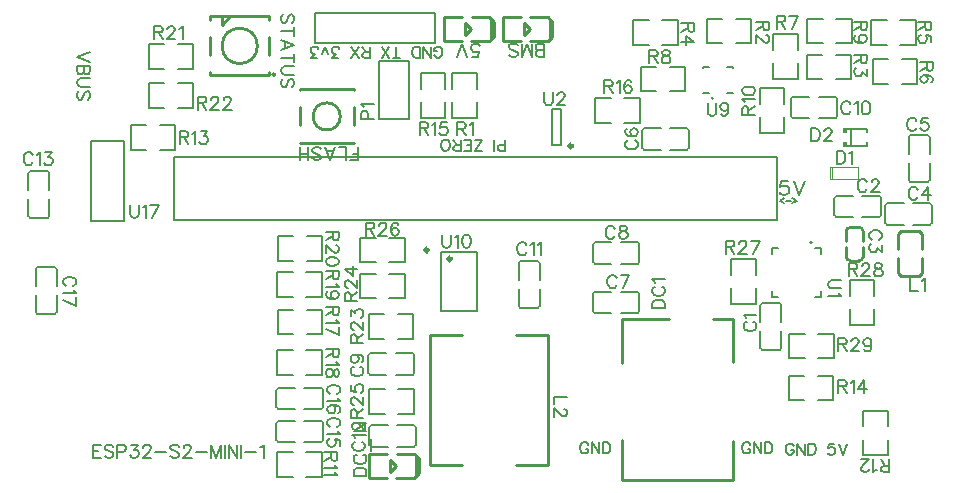
<source format=gto>
G04 Layer: TopSilkLayer*
G04 EasyEDA v6.4.19.4, 2021-06-11T02:13:33+02:00*
G04 afcd8683cfac40e295d78014fa455b8c,92d7176e1a3f4c55b0c7f3235df8e186,10*
G04 Gerber Generator version 0.2*
G04 Scale: 100 percent, Rotated: No, Reflected: No *
G04 Dimensions in millimeters *
G04 leading zeros omitted , absolute positions ,4 integer and 5 decimal *
%FSLAX45Y45*%
%MOMM*%

%ADD10C,0.2540*%
%ADD11C,0.3000*%
%ADD13C,0.2000*%
%ADD53C,0.1999*%
%ADD54C,0.1524*%
%ADD55C,0.2007*%
%ADD56C,0.1000*%
%ADD57C,0.1500*%
%ADD58C,0.2032*%

%LPD*%
D57*
X4224527Y5217668D02*
G01*
X4228845Y5208523D01*
X4237990Y5199634D01*
X4247134Y5195062D01*
X4265422Y5195062D01*
X4274311Y5199634D01*
X4283456Y5208523D01*
X4288027Y5217668D01*
X4292600Y5231384D01*
X4292600Y5253989D01*
X4288027Y5267705D01*
X4283456Y5276850D01*
X4274311Y5285994D01*
X4265422Y5290565D01*
X4247134Y5290565D01*
X4237990Y5285994D01*
X4228845Y5276850D01*
X4224527Y5267705D01*
X4224527Y5253989D01*
X4247134Y5253989D02*
G01*
X4224527Y5253989D01*
X4194302Y5195062D02*
G01*
X4194302Y5290565D01*
X4194302Y5195062D02*
G01*
X4130802Y5290565D01*
X4130802Y5195062D02*
G01*
X4130802Y5290565D01*
X4100829Y5195062D02*
G01*
X4100829Y5290565D01*
X4100829Y5195062D02*
G01*
X4069079Y5195062D01*
X4055363Y5199634D01*
X4046220Y5208523D01*
X4041647Y5217668D01*
X4037075Y5231384D01*
X4037075Y5253989D01*
X4041647Y5267705D01*
X4046220Y5276850D01*
X4055363Y5285994D01*
X4069079Y5290565D01*
X4100829Y5290565D01*
X3905250Y5195062D02*
G01*
X3905250Y5290565D01*
X3937254Y5195062D02*
G01*
X3873500Y5195062D01*
X3843527Y5195062D02*
G01*
X3779774Y5290565D01*
X3779774Y5195062D02*
G01*
X3843527Y5290565D01*
X3679952Y5195062D02*
G01*
X3679952Y5290565D01*
X3679952Y5195062D02*
G01*
X3639058Y5195062D01*
X3625341Y5199634D01*
X3620770Y5204205D01*
X3616197Y5213095D01*
X3616197Y5222239D01*
X3620770Y5231384D01*
X3625341Y5235955D01*
X3639058Y5240528D01*
X3679952Y5240528D01*
X3647947Y5240528D02*
G01*
X3616197Y5290565D01*
X3586225Y5195062D02*
G01*
X3522725Y5290565D01*
X3522725Y5195062D02*
G01*
X3586225Y5290565D01*
X3413506Y5195062D02*
G01*
X3363468Y5195062D01*
X3390900Y5231384D01*
X3377184Y5231384D01*
X3368040Y5235955D01*
X3363468Y5240528D01*
X3358895Y5253989D01*
X3358895Y5263134D01*
X3363468Y5276850D01*
X3372611Y5285994D01*
X3386327Y5290565D01*
X3399790Y5290565D01*
X3413506Y5285994D01*
X3418077Y5281421D01*
X3422650Y5272278D01*
X3328924Y5226812D02*
G01*
X3301745Y5290565D01*
X3274313Y5226812D02*
G01*
X3301745Y5290565D01*
X3235452Y5195062D02*
G01*
X3185413Y5195062D01*
X3212591Y5231384D01*
X3198875Y5231384D01*
X3189986Y5235955D01*
X3185413Y5240528D01*
X3180841Y5253989D01*
X3180841Y5263134D01*
X3185413Y5276850D01*
X3194304Y5285994D01*
X3208020Y5290565D01*
X3221736Y5290565D01*
X3235452Y5285994D01*
X3239770Y5281421D01*
X3244341Y5272278D01*
X6900672Y1919731D02*
G01*
X6896354Y1928876D01*
X6887209Y1937765D01*
X6878065Y1942337D01*
X6859777Y1942337D01*
X6850888Y1937765D01*
X6841743Y1928876D01*
X6837172Y1919731D01*
X6832600Y1906015D01*
X6832600Y1883410D01*
X6837172Y1869694D01*
X6841743Y1860550D01*
X6850888Y1851405D01*
X6859777Y1846834D01*
X6878065Y1846834D01*
X6887209Y1851405D01*
X6896354Y1860550D01*
X6900672Y1869694D01*
X6900672Y1883410D01*
X6878065Y1883410D02*
G01*
X6900672Y1883410D01*
X6930897Y1942337D02*
G01*
X6930897Y1846834D01*
X6930897Y1942337D02*
G01*
X6994397Y1846834D01*
X6994397Y1942337D02*
G01*
X6994397Y1846834D01*
X7024370Y1942337D02*
G01*
X7024370Y1846834D01*
X7024370Y1942337D02*
G01*
X7056120Y1942337D01*
X7069836Y1937765D01*
X7078979Y1928876D01*
X7083552Y1919731D01*
X7088124Y1906015D01*
X7088124Y1883410D01*
X7083552Y1869694D01*
X7078979Y1860550D01*
X7069836Y1851405D01*
X7056120Y1846834D01*
X7024370Y1846834D01*
X5529072Y1919731D02*
G01*
X5524754Y1928876D01*
X5515609Y1937765D01*
X5506465Y1942337D01*
X5488177Y1942337D01*
X5479288Y1937765D01*
X5470143Y1928876D01*
X5465572Y1919731D01*
X5461000Y1906015D01*
X5461000Y1883410D01*
X5465572Y1869694D01*
X5470143Y1860550D01*
X5479288Y1851405D01*
X5488177Y1846834D01*
X5506465Y1846834D01*
X5515609Y1851405D01*
X5524754Y1860550D01*
X5529072Y1869694D01*
X5529072Y1883410D01*
X5506465Y1883410D02*
G01*
X5529072Y1883410D01*
X5559297Y1942337D02*
G01*
X5559297Y1846834D01*
X5559297Y1942337D02*
G01*
X5622797Y1846834D01*
X5622797Y1942337D02*
G01*
X5622797Y1846834D01*
X5652770Y1942337D02*
G01*
X5652770Y1846834D01*
X5652770Y1942337D02*
G01*
X5684520Y1942337D01*
X5698236Y1937765D01*
X5707379Y1928876D01*
X5711952Y1919731D01*
X5716524Y1906015D01*
X5716524Y1883410D01*
X5711952Y1869694D01*
X5707379Y1860550D01*
X5698236Y1851405D01*
X5684520Y1846834D01*
X5652770Y1846834D01*
X7268972Y1907031D02*
G01*
X7264654Y1916176D01*
X7255509Y1925065D01*
X7246365Y1929637D01*
X7228077Y1929637D01*
X7219188Y1925065D01*
X7210043Y1916176D01*
X7205472Y1907031D01*
X7200900Y1893315D01*
X7200900Y1870710D01*
X7205472Y1856994D01*
X7210043Y1847850D01*
X7219188Y1838705D01*
X7228077Y1834134D01*
X7246365Y1834134D01*
X7255509Y1838705D01*
X7264654Y1847850D01*
X7268972Y1856994D01*
X7268972Y1870710D01*
X7246365Y1870710D02*
G01*
X7268972Y1870710D01*
X7299197Y1929637D02*
G01*
X7299197Y1834134D01*
X7299197Y1929637D02*
G01*
X7362697Y1834134D01*
X7362697Y1929637D02*
G01*
X7362697Y1834134D01*
X7392670Y1929637D02*
G01*
X7392670Y1834134D01*
X7392670Y1929637D02*
G01*
X7424420Y1929637D01*
X7438136Y1925065D01*
X7447279Y1916176D01*
X7451852Y1907031D01*
X7456424Y1893315D01*
X7456424Y1870710D01*
X7451852Y1856994D01*
X7447279Y1847850D01*
X7438136Y1838705D01*
X7424420Y1834134D01*
X7392670Y1834134D01*
X7610856Y1929637D02*
G01*
X7565390Y1929637D01*
X7560818Y1888744D01*
X7565390Y1893315D01*
X7579106Y1897887D01*
X7592822Y1897887D01*
X7606284Y1893315D01*
X7615427Y1884171D01*
X7620000Y1870710D01*
X7620000Y1861565D01*
X7615427Y1847850D01*
X7606284Y1838705D01*
X7592822Y1834134D01*
X7579106Y1834134D01*
X7565390Y1838705D01*
X7560818Y1843278D01*
X7556245Y1852421D01*
X7649972Y1929637D02*
G01*
X7686293Y1834134D01*
X7722615Y1929637D02*
G01*
X7686293Y1834134D01*
X4826058Y4407535D02*
G01*
X4826058Y4503038D01*
X4826058Y4407535D02*
G01*
X4785164Y4407535D01*
X4771448Y4412106D01*
X4766876Y4416679D01*
X4762304Y4425822D01*
X4762304Y4439285D01*
X4766876Y4448429D01*
X4771448Y4453001D01*
X4785164Y4457572D01*
X4826058Y4457572D01*
X4732332Y4407535D02*
G01*
X4732332Y4503038D01*
X4568756Y4407535D02*
G01*
X4632256Y4503038D01*
X4632256Y4407535D02*
G01*
X4568756Y4407535D01*
X4632256Y4503038D02*
G01*
X4568756Y4503038D01*
X4538784Y4407535D02*
G01*
X4538784Y4503038D01*
X4538784Y4407535D02*
G01*
X4479602Y4407535D01*
X4538784Y4453001D02*
G01*
X4502462Y4453001D01*
X4538784Y4503038D02*
G01*
X4479602Y4503038D01*
X4449630Y4407535D02*
G01*
X4449630Y4503038D01*
X4449630Y4407535D02*
G01*
X4408736Y4407535D01*
X4395020Y4412106D01*
X4390448Y4416679D01*
X4385876Y4425822D01*
X4385876Y4434967D01*
X4390448Y4443856D01*
X4395020Y4448429D01*
X4408736Y4453001D01*
X4449630Y4453001D01*
X4417880Y4453001D02*
G01*
X4385876Y4503038D01*
X4328726Y4407535D02*
G01*
X4337870Y4412106D01*
X4347014Y4421251D01*
X4351332Y4430395D01*
X4355904Y4443856D01*
X4355904Y4466717D01*
X4351332Y4480432D01*
X4347014Y4489322D01*
X4337870Y4498467D01*
X4328726Y4503038D01*
X4310438Y4503038D01*
X4301548Y4498467D01*
X4292404Y4489322D01*
X4287832Y4480432D01*
X4283260Y4466717D01*
X4283260Y4443856D01*
X4287832Y4430395D01*
X4292404Y4421251D01*
X4301548Y4412106D01*
X4310438Y4407535D01*
X4328726Y4407535D01*
D13*
X7186422Y4006087D02*
G01*
X7150100Y3985513D01*
X7186422Y3965194D01*
X7201408Y3985513D02*
G01*
X7242302Y3985513D01*
X7257288Y4006087D02*
G01*
X7293609Y3985513D01*
X7257288Y3965194D01*
D54*
X5664200Y5004815D02*
G01*
X5664200Y4895850D01*
X5664200Y5004815D02*
G01*
X5710936Y5004815D01*
X5726429Y4999736D01*
X5731763Y4994402D01*
X5736843Y4983987D01*
X5736843Y4973573D01*
X5731763Y4963160D01*
X5726429Y4958079D01*
X5710936Y4953000D01*
X5664200Y4953000D01*
X5700522Y4953000D02*
G01*
X5736843Y4895850D01*
X5771134Y4983987D02*
G01*
X5781547Y4989321D01*
X5797295Y5004815D01*
X5797295Y4895850D01*
X5893815Y4989321D02*
G01*
X5888736Y4999736D01*
X5872988Y5004815D01*
X5862574Y5004815D01*
X5847079Y4999736D01*
X5836665Y4983987D01*
X5831586Y4958079D01*
X5831586Y4932171D01*
X5836665Y4911344D01*
X5847079Y4900929D01*
X5862574Y4895850D01*
X5867908Y4895850D01*
X5883402Y4900929D01*
X5893815Y4911344D01*
X5899150Y4926837D01*
X5899150Y4932171D01*
X5893815Y4947665D01*
X5883402Y4958079D01*
X5867908Y4963160D01*
X5862574Y4963160D01*
X5847079Y4958079D01*
X5836665Y4947665D01*
X5831586Y4932171D01*
X5156200Y4903215D02*
G01*
X5156200Y4825237D01*
X5161279Y4809744D01*
X5171693Y4799329D01*
X5187441Y4794250D01*
X5197856Y4794250D01*
X5213350Y4799329D01*
X5223763Y4809744D01*
X5228843Y4825237D01*
X5228843Y4903215D01*
X5268468Y4877307D02*
G01*
X5268468Y4882387D01*
X5273547Y4892802D01*
X5278881Y4898136D01*
X5289295Y4903215D01*
X5309870Y4903215D01*
X5320284Y4898136D01*
X5325618Y4892802D01*
X5330697Y4882387D01*
X5330697Y4871973D01*
X5325618Y4861560D01*
X5315204Y4846065D01*
X5263134Y4794250D01*
X5336031Y4794250D01*
X3581400Y4329684D02*
G01*
X3581400Y4438650D01*
X3581400Y4329684D02*
G01*
X3513836Y4329684D01*
X3581400Y4381500D02*
G01*
X3539743Y4381500D01*
X3479545Y4329684D02*
G01*
X3479545Y4438650D01*
X3479545Y4438650D02*
G01*
X3417315Y4438650D01*
X3341370Y4329684D02*
G01*
X3383025Y4438650D01*
X3341370Y4329684D02*
G01*
X3299713Y4438650D01*
X3367277Y4402328D02*
G01*
X3315461Y4402328D01*
X3192779Y4345178D02*
G01*
X3203193Y4334763D01*
X3218688Y4329684D01*
X3239515Y4329684D01*
X3255009Y4334763D01*
X3265424Y4345178D01*
X3265424Y4355592D01*
X3260343Y4366005D01*
X3255009Y4371339D01*
X3244850Y4376420D01*
X3213608Y4386834D01*
X3203193Y4391913D01*
X3197859Y4397247D01*
X3192779Y4407662D01*
X3192779Y4423155D01*
X3203193Y4433570D01*
X3218688Y4438650D01*
X3239515Y4438650D01*
X3255009Y4433570D01*
X3265424Y4423155D01*
X3158490Y4329684D02*
G01*
X3158490Y4438650D01*
X3085845Y4329684D02*
G01*
X3085845Y4438650D01*
X3158490Y4381500D02*
G01*
X3085845Y4381500D01*
X6069584Y3073400D02*
G01*
X6178550Y3073400D01*
X6069584Y3073400D02*
G01*
X6069584Y3109721D01*
X6074663Y3125470D01*
X6085077Y3135629D01*
X6095491Y3140963D01*
X6111240Y3146044D01*
X6137147Y3146044D01*
X6152641Y3140963D01*
X6163056Y3135629D01*
X6173470Y3125470D01*
X6178550Y3109721D01*
X6178550Y3073400D01*
X6095491Y3258312D02*
G01*
X6085077Y3253231D01*
X6074663Y3242818D01*
X6069584Y3232404D01*
X6069584Y3211576D01*
X6074663Y3201162D01*
X6085077Y3190747D01*
X6095491Y3185668D01*
X6111240Y3180334D01*
X6137147Y3180334D01*
X6152641Y3185668D01*
X6163056Y3190747D01*
X6173470Y3201162D01*
X6178550Y3211576D01*
X6178550Y3232404D01*
X6173470Y3242818D01*
X6163056Y3253231D01*
X6152641Y3258312D01*
X6090411Y3292602D02*
G01*
X6085077Y3303015D01*
X6069584Y3318510D01*
X6178550Y3318510D01*
X3542284Y1651000D02*
G01*
X3651250Y1651000D01*
X3542284Y1651000D02*
G01*
X3542284Y1687321D01*
X3547363Y1703070D01*
X3557777Y1713229D01*
X3568191Y1718563D01*
X3583940Y1723644D01*
X3609847Y1723644D01*
X3625341Y1718563D01*
X3635756Y1713229D01*
X3646170Y1703070D01*
X3651250Y1687321D01*
X3651250Y1651000D01*
X3568191Y1835912D02*
G01*
X3557777Y1830831D01*
X3547363Y1820418D01*
X3542284Y1810004D01*
X3542284Y1789176D01*
X3547363Y1778762D01*
X3557777Y1768347D01*
X3568191Y1763268D01*
X3583940Y1757934D01*
X3609847Y1757934D01*
X3625341Y1763268D01*
X3635756Y1768347D01*
X3646170Y1778762D01*
X3651250Y1789176D01*
X3651250Y1810004D01*
X3646170Y1820418D01*
X3635756Y1830831D01*
X3625341Y1835912D01*
X3687825Y1870202D02*
G01*
X3687825Y1963673D01*
X3542284Y1997963D02*
G01*
X3651250Y1997963D01*
X3542284Y2032254D02*
G01*
X3651250Y2032254D01*
X3542284Y2032254D02*
G01*
X3651250Y2105152D01*
X3542284Y2105152D02*
G01*
X3651250Y2105152D01*
X3605784Y4673600D02*
G01*
X3714750Y4673600D01*
X3605784Y4673600D02*
G01*
X3605784Y4720336D01*
X3610863Y4735829D01*
X3616197Y4741163D01*
X3626611Y4746244D01*
X3642106Y4746244D01*
X3652520Y4741163D01*
X3657600Y4735829D01*
X3662934Y4720336D01*
X3662934Y4673600D01*
X3626611Y4780534D02*
G01*
X3621277Y4790947D01*
X3605784Y4806695D01*
X3714750Y4806695D01*
X7671815Y3314700D02*
G01*
X7593838Y3314700D01*
X7578343Y3309620D01*
X7567929Y3299205D01*
X7562850Y3283457D01*
X7562850Y3273044D01*
X7567929Y3257550D01*
X7578343Y3247136D01*
X7593838Y3242055D01*
X7671815Y3242055D01*
X7650988Y3207765D02*
G01*
X7656322Y3197352D01*
X7671815Y3181604D01*
X7562850Y3181604D01*
X1309115Y5245100D02*
G01*
X1200150Y5203444D01*
X1309115Y5162042D02*
G01*
X1200150Y5203444D01*
X1309115Y5127752D02*
G01*
X1200150Y5127752D01*
X1309115Y5127752D02*
G01*
X1309115Y5081015D01*
X1304036Y5065268D01*
X1298702Y5060187D01*
X1288287Y5054854D01*
X1277873Y5054854D01*
X1267460Y5060187D01*
X1262379Y5065268D01*
X1257300Y5081015D01*
X1257300Y5127752D02*
G01*
X1257300Y5081015D01*
X1251965Y5065268D01*
X1246886Y5060187D01*
X1236471Y5054854D01*
X1220723Y5054854D01*
X1210310Y5060187D01*
X1205229Y5065268D01*
X1200150Y5081015D01*
X1200150Y5127752D01*
X1309115Y5020563D02*
G01*
X1231137Y5020563D01*
X1215644Y5015484D01*
X1205229Y5005070D01*
X1200150Y4989576D01*
X1200150Y4979162D01*
X1205229Y4963413D01*
X1215644Y4953000D01*
X1231137Y4947920D01*
X1309115Y4947920D01*
X1293621Y4840986D02*
G01*
X1304036Y4851400D01*
X1309115Y4866894D01*
X1309115Y4887721D01*
X1304036Y4903215D01*
X1293621Y4913629D01*
X1283207Y4913629D01*
X1272794Y4908550D01*
X1267460Y4903215D01*
X1262379Y4892802D01*
X1251965Y4861560D01*
X1246886Y4851400D01*
X1241552Y4846065D01*
X1231137Y4840986D01*
X1215644Y4840986D01*
X1205229Y4851400D01*
X1200150Y4866894D01*
X1200150Y4887721D01*
X1205229Y4903215D01*
X1215644Y4913629D01*
X7632692Y4407915D02*
G01*
X7632692Y4298950D01*
X7632692Y4407915D02*
G01*
X7669014Y4407915D01*
X7684762Y4402836D01*
X7694922Y4392421D01*
X7700256Y4382007D01*
X7705336Y4366260D01*
X7705336Y4340352D01*
X7700256Y4324857D01*
X7694922Y4314444D01*
X7684762Y4304029D01*
X7669014Y4298950D01*
X7632692Y4298950D01*
X7739626Y4387087D02*
G01*
X7750040Y4392421D01*
X7765788Y4407915D01*
X7765788Y4298950D01*
X7062215Y5499100D02*
G01*
X6953250Y5499100D01*
X7062215Y5499100D02*
G01*
X7062215Y5452363D01*
X7057136Y5436870D01*
X7051802Y5431536D01*
X7041388Y5426455D01*
X7030974Y5426455D01*
X7020559Y5431536D01*
X7015479Y5436870D01*
X7010400Y5452363D01*
X7010400Y5499100D01*
X7010400Y5462778D02*
G01*
X6953250Y5426455D01*
X7036308Y5386831D02*
G01*
X7041388Y5386831D01*
X7051802Y5381752D01*
X7057136Y5376418D01*
X7062215Y5366004D01*
X7062215Y5345429D01*
X7057136Y5335015D01*
X7051802Y5329681D01*
X7041388Y5324602D01*
X7030974Y5324602D01*
X7020559Y5329681D01*
X7005065Y5340095D01*
X6953250Y5392165D01*
X6953250Y5319268D01*
X7887715Y5219700D02*
G01*
X7778750Y5219700D01*
X7887715Y5219700D02*
G01*
X7887715Y5172963D01*
X7882636Y5157470D01*
X7877302Y5152136D01*
X7866888Y5147055D01*
X7856474Y5147055D01*
X7846059Y5152136D01*
X7840979Y5157470D01*
X7835900Y5172963D01*
X7835900Y5219700D01*
X7835900Y5183378D02*
G01*
X7778750Y5147055D01*
X7887715Y5102352D02*
G01*
X7887715Y5045202D01*
X7846059Y5076189D01*
X7846059Y5060695D01*
X7840979Y5050281D01*
X7835900Y5045202D01*
X7820152Y5039868D01*
X7809738Y5039868D01*
X7794243Y5045202D01*
X7783829Y5055615D01*
X7778750Y5071110D01*
X7778750Y5086604D01*
X7783829Y5102352D01*
X7788909Y5107431D01*
X7799324Y5112765D01*
X6427215Y5486400D02*
G01*
X6318250Y5486400D01*
X6427215Y5486400D02*
G01*
X6427215Y5439663D01*
X6422136Y5424170D01*
X6416802Y5418836D01*
X6406388Y5413755D01*
X6395974Y5413755D01*
X6385559Y5418836D01*
X6380479Y5424170D01*
X6375400Y5439663D01*
X6375400Y5486400D01*
X6375400Y5450078D02*
G01*
X6318250Y5413755D01*
X6427215Y5327395D02*
G01*
X6354572Y5379465D01*
X6354572Y5301487D01*
X6427215Y5327395D02*
G01*
X6318250Y5327395D01*
X8433815Y5499100D02*
G01*
X8324850Y5499100D01*
X8433815Y5499100D02*
G01*
X8433815Y5452363D01*
X8428736Y5436870D01*
X8423402Y5431536D01*
X8412988Y5426455D01*
X8402574Y5426455D01*
X8392159Y5431536D01*
X8387079Y5436870D01*
X8382000Y5452363D01*
X8382000Y5499100D01*
X8382000Y5462778D02*
G01*
X8324850Y5426455D01*
X8433815Y5329681D02*
G01*
X8433815Y5381752D01*
X8387079Y5386831D01*
X8392159Y5381752D01*
X8397493Y5366004D01*
X8397493Y5350510D01*
X8392159Y5335015D01*
X8382000Y5324602D01*
X8366252Y5319268D01*
X8355838Y5319268D01*
X8340343Y5324602D01*
X8329929Y5335015D01*
X8324850Y5350510D01*
X8324850Y5366004D01*
X8329929Y5381752D01*
X8335009Y5386831D01*
X8345424Y5392165D01*
X8446515Y5156200D02*
G01*
X8337550Y5156200D01*
X8446515Y5156200D02*
G01*
X8446515Y5109463D01*
X8441436Y5093970D01*
X8436102Y5088636D01*
X8425688Y5083555D01*
X8415274Y5083555D01*
X8404859Y5088636D01*
X8399779Y5093970D01*
X8394700Y5109463D01*
X8394700Y5156200D01*
X8394700Y5119878D02*
G01*
X8337550Y5083555D01*
X8431022Y4986781D02*
G01*
X8441436Y4992115D01*
X8446515Y5007610D01*
X8446515Y5018023D01*
X8441436Y5033518D01*
X8425688Y5043931D01*
X8399779Y5049265D01*
X8373872Y5049265D01*
X8353043Y5043931D01*
X8342629Y5033518D01*
X8337550Y5018023D01*
X8337550Y5012689D01*
X8342629Y4997195D01*
X8353043Y4986781D01*
X8368538Y4981702D01*
X8373872Y4981702D01*
X8389365Y4986781D01*
X8399779Y4997195D01*
X8404859Y5012689D01*
X8404859Y5018023D01*
X8399779Y5033518D01*
X8389365Y5043931D01*
X8373872Y5049265D01*
X7124700Y5550915D02*
G01*
X7124700Y5441950D01*
X7124700Y5550915D02*
G01*
X7171436Y5550915D01*
X7186929Y5545836D01*
X7192263Y5540502D01*
X7197343Y5530087D01*
X7197343Y5519673D01*
X7192263Y5509260D01*
X7186929Y5504179D01*
X7171436Y5499100D01*
X7124700Y5499100D01*
X7161022Y5499100D02*
G01*
X7197343Y5441950D01*
X7304531Y5550915D02*
G01*
X7252461Y5441950D01*
X7231634Y5550915D02*
G01*
X7304531Y5550915D01*
X6045200Y5258815D02*
G01*
X6045200Y5149850D01*
X6045200Y5258815D02*
G01*
X6091936Y5258815D01*
X6107429Y5253736D01*
X6112763Y5248402D01*
X6117843Y5237987D01*
X6117843Y5227573D01*
X6112763Y5217160D01*
X6107429Y5212079D01*
X6091936Y5207000D01*
X6045200Y5207000D01*
X6081522Y5207000D02*
G01*
X6117843Y5149850D01*
X6178295Y5258815D02*
G01*
X6162547Y5253736D01*
X6157468Y5243321D01*
X6157468Y5232907D01*
X6162547Y5222494D01*
X6172961Y5217160D01*
X6193790Y5212079D01*
X6209284Y5207000D01*
X6219697Y5196586D01*
X6225031Y5186171D01*
X6225031Y5170423D01*
X6219697Y5160010D01*
X6214618Y5154929D01*
X6198870Y5149850D01*
X6178295Y5149850D01*
X6162547Y5154929D01*
X6157468Y5160010D01*
X6152134Y5170423D01*
X6152134Y5186171D01*
X6157468Y5196586D01*
X6167881Y5207000D01*
X6183375Y5212079D01*
X6204204Y5217160D01*
X6214618Y5222494D01*
X6219697Y5232907D01*
X6219697Y5243321D01*
X6214618Y5253736D01*
X6198870Y5258815D01*
X6178295Y5258815D01*
X7887715Y5499100D02*
G01*
X7778750Y5499100D01*
X7887715Y5499100D02*
G01*
X7887715Y5452363D01*
X7882636Y5436870D01*
X7877302Y5431536D01*
X7866888Y5426455D01*
X7856474Y5426455D01*
X7846059Y5431536D01*
X7840979Y5436870D01*
X7835900Y5452363D01*
X7835900Y5499100D01*
X7835900Y5462778D02*
G01*
X7778750Y5426455D01*
X7851393Y5324602D02*
G01*
X7835900Y5329681D01*
X7825486Y5340095D01*
X7820152Y5355589D01*
X7820152Y5360923D01*
X7825486Y5376418D01*
X7835900Y5386831D01*
X7851393Y5392165D01*
X7856474Y5392165D01*
X7872222Y5386831D01*
X7882636Y5376418D01*
X7887715Y5360923D01*
X7887715Y5355589D01*
X7882636Y5340095D01*
X7872222Y5329681D01*
X7851393Y5324602D01*
X7825486Y5324602D01*
X7799324Y5329681D01*
X7783829Y5340095D01*
X7778750Y5355589D01*
X7778750Y5366004D01*
X7783829Y5381752D01*
X7794243Y5386831D01*
X6831584Y4711700D02*
G01*
X6940550Y4711700D01*
X6831584Y4711700D02*
G01*
X6831584Y4758436D01*
X6836663Y4773929D01*
X6841997Y4779263D01*
X6852411Y4784344D01*
X6862825Y4784344D01*
X6873240Y4779263D01*
X6878320Y4773929D01*
X6883400Y4758436D01*
X6883400Y4711700D01*
X6883400Y4748021D02*
G01*
X6940550Y4784344D01*
X6852411Y4818634D02*
G01*
X6847077Y4829047D01*
X6831584Y4844795D01*
X6940550Y4844795D01*
X6831584Y4910073D02*
G01*
X6836663Y4894579D01*
X6852411Y4884165D01*
X6878320Y4879086D01*
X6893813Y4879086D01*
X6919975Y4884165D01*
X6935470Y4894579D01*
X6940550Y4910073D01*
X6940550Y4920487D01*
X6935470Y4936236D01*
X6919975Y4946650D01*
X6893813Y4951729D01*
X6878320Y4951729D01*
X6852411Y4946650D01*
X6836663Y4936236D01*
X6831584Y4920487D01*
X6831584Y4910073D01*
X3404615Y1854200D02*
G01*
X3295650Y1854200D01*
X3404615Y1854200D02*
G01*
X3404615Y1807463D01*
X3399536Y1791970D01*
X3394202Y1786636D01*
X3383788Y1781555D01*
X3373374Y1781555D01*
X3362959Y1786636D01*
X3357879Y1791970D01*
X3352800Y1807463D01*
X3352800Y1854200D01*
X3352800Y1817878D02*
G01*
X3295650Y1781555D01*
X3383788Y1747265D02*
G01*
X3389122Y1736852D01*
X3404615Y1721104D01*
X3295650Y1721104D01*
X3383788Y1686813D02*
G01*
X3389122Y1676400D01*
X3404615Y1660905D01*
X3295650Y1660905D01*
X2070100Y4573015D02*
G01*
X2070100Y4464050D01*
X2070100Y4573015D02*
G01*
X2116836Y4573015D01*
X2132329Y4567936D01*
X2137663Y4562602D01*
X2142743Y4552187D01*
X2142743Y4541773D01*
X2137663Y4531360D01*
X2132329Y4526279D01*
X2116836Y4521200D01*
X2070100Y4521200D01*
X2106422Y4521200D02*
G01*
X2142743Y4464050D01*
X2177034Y4552187D02*
G01*
X2187447Y4557521D01*
X2203195Y4573015D01*
X2203195Y4464050D01*
X2247900Y4573015D02*
G01*
X2305050Y4573015D01*
X2273808Y4531360D01*
X2289302Y4531360D01*
X2299715Y4526279D01*
X2305050Y4521200D01*
X2310129Y4505452D01*
X2310129Y4495037D01*
X2305050Y4479544D01*
X2294636Y4469129D01*
X2278888Y4464050D01*
X2263393Y4464050D01*
X2247900Y4469129D01*
X2242565Y4474210D01*
X2237486Y4484623D01*
X8077200Y1688084D02*
G01*
X8077200Y1797050D01*
X8077200Y1688084D02*
G01*
X8030463Y1688084D01*
X8014970Y1693163D01*
X8009636Y1698497D01*
X8004556Y1708912D01*
X8004556Y1719326D01*
X8009636Y1729739D01*
X8014970Y1734820D01*
X8030463Y1739900D01*
X8077200Y1739900D01*
X8040877Y1739900D02*
G01*
X8004556Y1797050D01*
X7970265Y1708912D02*
G01*
X7959852Y1703578D01*
X7944104Y1688084D01*
X7944104Y1797050D01*
X7904734Y1713992D02*
G01*
X7904734Y1708912D01*
X7899400Y1698497D01*
X7894320Y1693163D01*
X7883906Y1688084D01*
X7863077Y1688084D01*
X7852663Y1693163D01*
X7847584Y1698497D01*
X7842250Y1708912D01*
X7842250Y1719326D01*
X7847584Y1729739D01*
X7857997Y1745234D01*
X7909813Y1797050D01*
X7837170Y1797050D01*
X7645400Y2464815D02*
G01*
X7645400Y2355850D01*
X7645400Y2464815D02*
G01*
X7692136Y2464815D01*
X7707629Y2459736D01*
X7712963Y2454402D01*
X7718043Y2443987D01*
X7718043Y2433573D01*
X7712963Y2423160D01*
X7707629Y2418079D01*
X7692136Y2413000D01*
X7645400Y2413000D01*
X7681722Y2413000D02*
G01*
X7718043Y2355850D01*
X7752334Y2443987D02*
G01*
X7762747Y2449321D01*
X7778495Y2464815D01*
X7778495Y2355850D01*
X7864602Y2464815D02*
G01*
X7812786Y2392171D01*
X7890509Y2392171D01*
X7864602Y2464815D02*
G01*
X7864602Y2355850D01*
X4419600Y4647819D02*
G01*
X4419600Y4538853D01*
X4419600Y4647819D02*
G01*
X4466336Y4647819D01*
X4481829Y4642738D01*
X4487163Y4637404D01*
X4492243Y4626990D01*
X4492243Y4616577D01*
X4487163Y4606162D01*
X4481829Y4601082D01*
X4466336Y4596003D01*
X4419600Y4596003D01*
X4455922Y4596003D02*
G01*
X4492243Y4538853D01*
X4526534Y4626990D02*
G01*
X4536947Y4632325D01*
X4552695Y4647819D01*
X4552695Y4538853D01*
X4102100Y4649215D02*
G01*
X4102100Y4540250D01*
X4102100Y4649215D02*
G01*
X4148836Y4649215D01*
X4164329Y4644136D01*
X4169663Y4638802D01*
X4174743Y4628387D01*
X4174743Y4617973D01*
X4169663Y4607560D01*
X4164329Y4602479D01*
X4148836Y4597400D01*
X4102100Y4597400D01*
X4138422Y4597400D02*
G01*
X4174743Y4540250D01*
X4209034Y4628387D02*
G01*
X4219447Y4633721D01*
X4235195Y4649215D01*
X4235195Y4540250D01*
X4331715Y4649215D02*
G01*
X4279900Y4649215D01*
X4274565Y4602479D01*
X4279900Y4607560D01*
X4295393Y4612894D01*
X4310888Y4612894D01*
X4326636Y4607560D01*
X4337050Y4597400D01*
X4342129Y4581652D01*
X4342129Y4571237D01*
X4337050Y4555744D01*
X4326636Y4545329D01*
X4310888Y4540250D01*
X4295393Y4540250D01*
X4279900Y4545329D01*
X4274565Y4550410D01*
X4269486Y4560823D01*
X3417315Y3086100D02*
G01*
X3308350Y3086100D01*
X3417315Y3086100D02*
G01*
X3417315Y3039363D01*
X3412236Y3023870D01*
X3406902Y3018536D01*
X3396488Y3013455D01*
X3386074Y3013455D01*
X3375659Y3018536D01*
X3370579Y3023870D01*
X3365500Y3039363D01*
X3365500Y3086100D01*
X3365500Y3049778D02*
G01*
X3308350Y3013455D01*
X3396488Y2979165D02*
G01*
X3401822Y2968752D01*
X3417315Y2953004D01*
X3308350Y2953004D01*
X3417315Y2846070D02*
G01*
X3308350Y2898139D01*
X3417315Y2918713D02*
G01*
X3417315Y2846070D01*
X3417315Y2730500D02*
G01*
X3308350Y2730500D01*
X3417315Y2730500D02*
G01*
X3417315Y2683763D01*
X3412236Y2668270D01*
X3406902Y2662936D01*
X3396488Y2657855D01*
X3386074Y2657855D01*
X3375659Y2662936D01*
X3370579Y2668270D01*
X3365500Y2683763D01*
X3365500Y2730500D01*
X3365500Y2694178D02*
G01*
X3308350Y2657855D01*
X3396488Y2623565D02*
G01*
X3401822Y2613152D01*
X3417315Y2597404D01*
X3308350Y2597404D01*
X3417315Y2537205D02*
G01*
X3412236Y2552700D01*
X3401822Y2558034D01*
X3391408Y2558034D01*
X3380993Y2552700D01*
X3375659Y2542539D01*
X3370579Y2521712D01*
X3365500Y2505963D01*
X3355086Y2495550D01*
X3344672Y2490470D01*
X3328924Y2490470D01*
X3318509Y2495550D01*
X3313429Y2500884D01*
X3308350Y2516378D01*
X3308350Y2537205D01*
X3313429Y2552700D01*
X3318509Y2558034D01*
X3328924Y2563113D01*
X3344672Y2563113D01*
X3355086Y2558034D01*
X3365500Y2547620D01*
X3370579Y2532126D01*
X3375659Y2511297D01*
X3380993Y2500884D01*
X3391408Y2495550D01*
X3401822Y2495550D01*
X3412236Y2500884D01*
X3417315Y2516378D01*
X3417315Y2537205D01*
X3417315Y3390900D02*
G01*
X3308350Y3390900D01*
X3417315Y3390900D02*
G01*
X3417315Y3344163D01*
X3412236Y3328670D01*
X3406902Y3323336D01*
X3396488Y3318255D01*
X3386074Y3318255D01*
X3375659Y3323336D01*
X3370579Y3328670D01*
X3365500Y3344163D01*
X3365500Y3390900D01*
X3365500Y3354578D02*
G01*
X3308350Y3318255D01*
X3396488Y3283965D02*
G01*
X3401822Y3273552D01*
X3417315Y3257804D01*
X3308350Y3257804D01*
X3380993Y3155950D02*
G01*
X3365500Y3161284D01*
X3355086Y3171697D01*
X3349752Y3187192D01*
X3349752Y3192526D01*
X3355086Y3208020D01*
X3365500Y3218434D01*
X3380993Y3223513D01*
X3386074Y3223513D01*
X3401822Y3218434D01*
X3412236Y3208020D01*
X3417315Y3192526D01*
X3417315Y3187192D01*
X3412236Y3171697D01*
X3401822Y3161284D01*
X3380993Y3155950D01*
X3355086Y3155950D01*
X3328924Y3161284D01*
X3313429Y3171697D01*
X3308350Y3187192D01*
X3308350Y3197605D01*
X3313429Y3213100D01*
X3323843Y3218434D01*
X3417315Y3721100D02*
G01*
X3308350Y3721100D01*
X3417315Y3721100D02*
G01*
X3417315Y3674363D01*
X3412236Y3658870D01*
X3406902Y3653536D01*
X3396488Y3648455D01*
X3386074Y3648455D01*
X3375659Y3653536D01*
X3370579Y3658870D01*
X3365500Y3674363D01*
X3365500Y3721100D01*
X3365500Y3684778D02*
G01*
X3308350Y3648455D01*
X3391408Y3608831D02*
G01*
X3396488Y3608831D01*
X3406902Y3603752D01*
X3412236Y3598418D01*
X3417315Y3588004D01*
X3417315Y3567429D01*
X3412236Y3557015D01*
X3406902Y3551681D01*
X3396488Y3546602D01*
X3386074Y3546602D01*
X3375659Y3551681D01*
X3360165Y3562095D01*
X3308350Y3614165D01*
X3308350Y3541268D01*
X3417315Y3475989D02*
G01*
X3412236Y3491484D01*
X3396488Y3501897D01*
X3370579Y3506978D01*
X3355086Y3506978D01*
X3328924Y3501897D01*
X3313429Y3491484D01*
X3308350Y3475989D01*
X3308350Y3465576D01*
X3313429Y3449828D01*
X3328924Y3439413D01*
X3355086Y3434334D01*
X3370579Y3434334D01*
X3396488Y3439413D01*
X3412236Y3449828D01*
X3417315Y3465576D01*
X3417315Y3475989D01*
X8254987Y3328415D02*
G01*
X8254987Y3219450D01*
X8254987Y3219450D02*
G01*
X8317217Y3219450D01*
X8351507Y3307587D02*
G01*
X8361921Y3312921D01*
X8377669Y3328415D01*
X8377669Y3219450D01*
X5347715Y2324100D02*
G01*
X5238750Y2324100D01*
X5238750Y2324100D02*
G01*
X5238750Y2261870D01*
X5321808Y2222245D02*
G01*
X5326888Y2222245D01*
X5337302Y2217165D01*
X5342636Y2211831D01*
X5347715Y2201418D01*
X5347715Y2180589D01*
X5342636Y2170429D01*
X5337302Y2165095D01*
X5326888Y2160015D01*
X5316474Y2160015D01*
X5306059Y2165095D01*
X5290565Y2175510D01*
X5238750Y2227579D01*
X5238750Y2154681D01*
X1651000Y3950715D02*
G01*
X1651000Y3872737D01*
X1656079Y3857244D01*
X1666494Y3846829D01*
X1682242Y3841750D01*
X1692655Y3841750D01*
X1708150Y3846829D01*
X1718563Y3857244D01*
X1723644Y3872737D01*
X1723644Y3950715D01*
X1757934Y3929887D02*
G01*
X1768347Y3935221D01*
X1784095Y3950715D01*
X1784095Y3841750D01*
X1891029Y3950715D02*
G01*
X1838960Y3841750D01*
X1818386Y3950715D02*
G01*
X1891029Y3950715D01*
X7416800Y4598415D02*
G01*
X7416800Y4489450D01*
X7416800Y4598415D02*
G01*
X7453122Y4598415D01*
X7468870Y4593336D01*
X7479029Y4582921D01*
X7484363Y4572507D01*
X7489443Y4556760D01*
X7489443Y4530852D01*
X7484363Y4515357D01*
X7479029Y4504944D01*
X7468870Y4494529D01*
X7453122Y4489450D01*
X7416800Y4489450D01*
X7529068Y4572507D02*
G01*
X7529068Y4577587D01*
X7534147Y4588002D01*
X7539481Y4593336D01*
X7549895Y4598415D01*
X7570470Y4598415D01*
X7580884Y4593336D01*
X7586218Y4588002D01*
X7591297Y4577587D01*
X7591297Y4567173D01*
X7586218Y4556760D01*
X7575804Y4541265D01*
X7523734Y4489450D01*
X7596631Y4489450D01*
X3020822Y5489950D02*
G01*
X3031236Y5500364D01*
X3036315Y5515858D01*
X3036315Y5536686D01*
X3031236Y5552180D01*
X3020822Y5562594D01*
X3010408Y5562594D01*
X2999993Y5557514D01*
X2994659Y5552180D01*
X2989579Y5541766D01*
X2979165Y5510524D01*
X2974086Y5500364D01*
X2968752Y5495030D01*
X2958338Y5489950D01*
X2942843Y5489950D01*
X2932429Y5500364D01*
X2927350Y5515858D01*
X2927350Y5536686D01*
X2932429Y5552180D01*
X2942843Y5562594D01*
X3036315Y5419084D02*
G01*
X2927350Y5419084D01*
X3036315Y5455660D02*
G01*
X3036315Y5382762D01*
X3036315Y5307070D02*
G01*
X2927350Y5348472D01*
X3036315Y5307070D02*
G01*
X2927350Y5265414D01*
X2963672Y5332978D02*
G01*
X2963672Y5280908D01*
X3036315Y5194802D02*
G01*
X2927350Y5194802D01*
X3036315Y5231124D02*
G01*
X3036315Y5158480D01*
X3036315Y5124190D02*
G01*
X2958338Y5124190D01*
X2942843Y5118856D01*
X2932429Y5108442D01*
X2927350Y5092948D01*
X2927350Y5082534D01*
X2932429Y5067040D01*
X2942843Y5056626D01*
X2958338Y5051292D01*
X3036315Y5051292D01*
X3020822Y4944358D02*
G01*
X3031236Y4954772D01*
X3036315Y4970266D01*
X3036315Y4991094D01*
X3031236Y5006588D01*
X3020822Y5017002D01*
X3010408Y5017002D01*
X2999993Y5011922D01*
X2994659Y5006588D01*
X2989579Y4996174D01*
X2979165Y4965186D01*
X2974086Y4954772D01*
X2968752Y4949438D01*
X2958338Y4944358D01*
X2942843Y4944358D01*
X2932429Y4954772D01*
X2927350Y4970266D01*
X2927350Y4991094D01*
X2932429Y5006588D01*
X2942843Y5017002D01*
X4292600Y3696715D02*
G01*
X4292600Y3618737D01*
X4297679Y3603244D01*
X4308093Y3592829D01*
X4323841Y3587750D01*
X4334256Y3587750D01*
X4349750Y3592829D01*
X4360163Y3603244D01*
X4365243Y3618737D01*
X4365243Y3696715D01*
X4399534Y3675887D02*
G01*
X4409947Y3681221D01*
X4425695Y3696715D01*
X4425695Y3587750D01*
X4490974Y3696715D02*
G01*
X4475479Y3691636D01*
X4465065Y3675887D01*
X4459986Y3649979D01*
X4459986Y3634486D01*
X4465065Y3608323D01*
X4475479Y3592829D01*
X4490974Y3587750D01*
X4501388Y3587750D01*
X4517136Y3592829D01*
X4527550Y3608323D01*
X4532629Y3634486D01*
X4532629Y3649979D01*
X4527550Y3675887D01*
X4517136Y3691636D01*
X4501388Y3696715D01*
X4490974Y3696715D01*
X6870191Y2960878D02*
G01*
X6859777Y2955544D01*
X6849363Y2945129D01*
X6844284Y2934970D01*
X6844284Y2914142D01*
X6849363Y2903728D01*
X6859777Y2893313D01*
X6870191Y2887979D01*
X6885940Y2882900D01*
X6911847Y2882900D01*
X6927341Y2887979D01*
X6937756Y2893313D01*
X6948170Y2903728D01*
X6953250Y2914142D01*
X6953250Y2934970D01*
X6948170Y2945129D01*
X6937756Y2955544D01*
X6927341Y2960878D01*
X6865111Y2995168D02*
G01*
X6859777Y3005581D01*
X6844284Y3021076D01*
X6953250Y3021076D01*
X7888477Y4140707D02*
G01*
X7883143Y4151121D01*
X7872729Y4161536D01*
X7862570Y4166615D01*
X7841741Y4166615D01*
X7831327Y4161536D01*
X7820913Y4151121D01*
X7815579Y4140707D01*
X7810500Y4124960D01*
X7810500Y4099052D01*
X7815579Y4083557D01*
X7820913Y4073144D01*
X7831327Y4062729D01*
X7841741Y4057650D01*
X7862570Y4057650D01*
X7872729Y4062729D01*
X7883143Y4073144D01*
X7888477Y4083557D01*
X7927847Y4140707D02*
G01*
X7927847Y4145787D01*
X7933181Y4156202D01*
X7938261Y4161536D01*
X7948675Y4166615D01*
X7969504Y4166615D01*
X7979918Y4161536D01*
X7984997Y4156202D01*
X7990331Y4145787D01*
X7990331Y4135373D01*
X7984997Y4124960D01*
X7974584Y4109465D01*
X7922768Y4057650D01*
X7995411Y4057650D01*
X7988808Y3655811D02*
G01*
X7999222Y3661145D01*
X8009636Y3671559D01*
X8014715Y3681719D01*
X8014715Y3702547D01*
X8009636Y3712961D01*
X7999222Y3723375D01*
X7988808Y3728709D01*
X7973059Y3733789D01*
X7947152Y3733789D01*
X7931658Y3728709D01*
X7921243Y3723375D01*
X7910829Y3712961D01*
X7905750Y3702547D01*
X7905750Y3681719D01*
X7910829Y3671559D01*
X7921243Y3661145D01*
X7931658Y3655811D01*
X8014715Y3611107D02*
G01*
X8014715Y3553957D01*
X7973059Y3585199D01*
X7973059Y3569705D01*
X7967979Y3559291D01*
X7962900Y3553957D01*
X7947152Y3548877D01*
X7936738Y3548877D01*
X7921243Y3553957D01*
X7910829Y3564371D01*
X7905750Y3580119D01*
X7905750Y3595613D01*
X7910829Y3611107D01*
X7915909Y3616441D01*
X7926324Y3621521D01*
X8320270Y4077207D02*
G01*
X8314936Y4087621D01*
X8304522Y4098036D01*
X8294362Y4103115D01*
X8273534Y4103115D01*
X8263120Y4098036D01*
X8252706Y4087621D01*
X8247372Y4077207D01*
X8242292Y4061460D01*
X8242292Y4035552D01*
X8247372Y4020057D01*
X8252706Y4009644D01*
X8263120Y3999229D01*
X8273534Y3994150D01*
X8294362Y3994150D01*
X8304522Y3999229D01*
X8314936Y4009644D01*
X8320270Y4020057D01*
X8406376Y4103115D02*
G01*
X8354560Y4030471D01*
X8432538Y4030471D01*
X8406376Y4103115D02*
G01*
X8406376Y3994150D01*
X8307570Y4661407D02*
G01*
X8302236Y4671821D01*
X8291822Y4682236D01*
X8281662Y4687315D01*
X8260834Y4687315D01*
X8250420Y4682236D01*
X8240006Y4671821D01*
X8234672Y4661407D01*
X8229592Y4645660D01*
X8229592Y4619752D01*
X8234672Y4604257D01*
X8240006Y4593844D01*
X8250420Y4583429D01*
X8260834Y4578350D01*
X8281662Y4578350D01*
X8291822Y4583429D01*
X8302236Y4593844D01*
X8307570Y4604257D01*
X8404090Y4687315D02*
G01*
X8352274Y4687315D01*
X8346940Y4640579D01*
X8352274Y4645660D01*
X8367768Y4650994D01*
X8383262Y4650994D01*
X8399010Y4645660D01*
X8409424Y4635500D01*
X8414504Y4619752D01*
X8414504Y4609337D01*
X8409424Y4593844D01*
X8399010Y4583429D01*
X8383262Y4578350D01*
X8367768Y4578350D01*
X8352274Y4583429D01*
X8346940Y4588510D01*
X8341860Y4598923D01*
X5866891Y4497570D02*
G01*
X5856477Y4492236D01*
X5846063Y4481822D01*
X5840984Y4471662D01*
X5840984Y4450834D01*
X5846063Y4440420D01*
X5856477Y4430006D01*
X5866891Y4424672D01*
X5882640Y4419592D01*
X5908547Y4419592D01*
X5924041Y4424672D01*
X5934456Y4430006D01*
X5944870Y4440420D01*
X5949950Y4450834D01*
X5949950Y4471662D01*
X5944870Y4481822D01*
X5934456Y4492236D01*
X5924041Y4497570D01*
X5856477Y4594090D02*
G01*
X5846063Y4589010D01*
X5840984Y4573262D01*
X5840984Y4563102D01*
X5846063Y4547354D01*
X5861811Y4536940D01*
X5887720Y4531860D01*
X5913627Y4531860D01*
X5934456Y4536940D01*
X5944870Y4547354D01*
X5949950Y4563102D01*
X5949950Y4568182D01*
X5944870Y4583676D01*
X5934456Y4594090D01*
X5918961Y4599424D01*
X5913627Y4599424D01*
X5898134Y4594090D01*
X5887720Y4583676D01*
X5882640Y4568182D01*
X5882640Y4563102D01*
X5887720Y4547354D01*
X5898134Y4536940D01*
X5913627Y4531860D01*
X5768975Y3327907D02*
G01*
X5763640Y3338321D01*
X5753227Y3348736D01*
X5743066Y3353815D01*
X5722238Y3353815D01*
X5711825Y3348736D01*
X5701411Y3338321D01*
X5696077Y3327907D01*
X5690997Y3312160D01*
X5690997Y3286252D01*
X5696077Y3270757D01*
X5701411Y3260344D01*
X5711825Y3249929D01*
X5722238Y3244850D01*
X5743066Y3244850D01*
X5753227Y3249929D01*
X5763640Y3260344D01*
X5768975Y3270757D01*
X5875909Y3353815D02*
G01*
X5824093Y3244850D01*
X5803265Y3353815D02*
G01*
X5875909Y3353815D01*
X5754877Y3747007D02*
G01*
X5749543Y3757421D01*
X5739129Y3767836D01*
X5728970Y3772915D01*
X5708141Y3772915D01*
X5697727Y3767836D01*
X5687313Y3757421D01*
X5681979Y3747007D01*
X5676900Y3731260D01*
X5676900Y3705352D01*
X5681979Y3689857D01*
X5687313Y3679444D01*
X5697727Y3669029D01*
X5708141Y3663950D01*
X5728970Y3663950D01*
X5739129Y3669029D01*
X5749543Y3679444D01*
X5754877Y3689857D01*
X5815075Y3772915D02*
G01*
X5799581Y3767836D01*
X5794247Y3757421D01*
X5794247Y3747007D01*
X5799581Y3736594D01*
X5809995Y3731260D01*
X5830570Y3726179D01*
X5846318Y3721100D01*
X5856731Y3710686D01*
X5861811Y3700271D01*
X5861811Y3684523D01*
X5856731Y3674110D01*
X5851397Y3669029D01*
X5835904Y3663950D01*
X5815075Y3663950D01*
X5799581Y3669029D01*
X5794247Y3674110D01*
X5789168Y3684523D01*
X5789168Y3700271D01*
X5794247Y3710686D01*
X5804661Y3721100D01*
X5820409Y3726179D01*
X5840984Y3731260D01*
X5851397Y3736594D01*
X5856731Y3747007D01*
X5856731Y3757421D01*
X5851397Y3767836D01*
X5835904Y3772915D01*
X5815075Y3772915D01*
X3542791Y2579878D02*
G01*
X3532377Y2574544D01*
X3521963Y2564129D01*
X3516884Y2553970D01*
X3516884Y2533142D01*
X3521963Y2522728D01*
X3532377Y2512313D01*
X3542791Y2506979D01*
X3558540Y2501900D01*
X3584447Y2501900D01*
X3599941Y2506979D01*
X3610356Y2512313D01*
X3620770Y2522728D01*
X3625850Y2533142D01*
X3625850Y2553970D01*
X3620770Y2564129D01*
X3610356Y2574544D01*
X3599941Y2579878D01*
X3553206Y2681731D02*
G01*
X3568700Y2676397D01*
X3579113Y2665984D01*
X3584447Y2650489D01*
X3584447Y2645410D01*
X3579113Y2629662D01*
X3568700Y2619247D01*
X3553206Y2614168D01*
X3548125Y2614168D01*
X3532377Y2619247D01*
X3521963Y2629662D01*
X3516884Y2645410D01*
X3516884Y2650489D01*
X3521963Y2665984D01*
X3532377Y2676397D01*
X3553206Y2681731D01*
X3579113Y2681731D01*
X3605275Y2676397D01*
X3620770Y2665984D01*
X3625850Y2650489D01*
X3625850Y2640076D01*
X3620770Y2624581D01*
X3610356Y2619247D01*
X7748770Y4801107D02*
G01*
X7743436Y4811521D01*
X7733022Y4821936D01*
X7722862Y4827015D01*
X7702034Y4827015D01*
X7691620Y4821936D01*
X7681206Y4811521D01*
X7675872Y4801107D01*
X7670792Y4785360D01*
X7670792Y4759452D01*
X7675872Y4743957D01*
X7681206Y4733544D01*
X7691620Y4723129D01*
X7702034Y4718050D01*
X7722862Y4718050D01*
X7733022Y4723129D01*
X7743436Y4733544D01*
X7748770Y4743957D01*
X7783060Y4806187D02*
G01*
X7793474Y4811521D01*
X7808968Y4827015D01*
X7808968Y4718050D01*
X7874500Y4827015D02*
G01*
X7858752Y4821936D01*
X7848592Y4806187D01*
X7843258Y4780279D01*
X7843258Y4764786D01*
X7848592Y4738623D01*
X7858752Y4723129D01*
X7874500Y4718050D01*
X7884914Y4718050D01*
X7900408Y4723129D01*
X7910822Y4738623D01*
X7915902Y4764786D01*
X7915902Y4780279D01*
X7910822Y4806187D01*
X7900408Y4821936D01*
X7884914Y4827015D01*
X7874500Y4827015D01*
X5005577Y3607307D02*
G01*
X5000243Y3617721D01*
X4989829Y3628136D01*
X4979670Y3633215D01*
X4958841Y3633215D01*
X4948427Y3628136D01*
X4938013Y3617721D01*
X4932679Y3607307D01*
X4927600Y3591560D01*
X4927600Y3565652D01*
X4932679Y3550157D01*
X4938013Y3539744D01*
X4948427Y3529329D01*
X4958841Y3524250D01*
X4979670Y3524250D01*
X4989829Y3529329D01*
X5000243Y3539744D01*
X5005577Y3550157D01*
X5039868Y3612387D02*
G01*
X5050281Y3617721D01*
X5065775Y3633215D01*
X5065775Y3524250D01*
X5100065Y3612387D02*
G01*
X5110479Y3617721D01*
X5125974Y3633215D01*
X5125974Y3524250D01*
X3555491Y1944878D02*
G01*
X3545077Y1939544D01*
X3534663Y1929129D01*
X3529584Y1918970D01*
X3529584Y1898142D01*
X3534663Y1887728D01*
X3545077Y1877313D01*
X3555491Y1871979D01*
X3571240Y1866900D01*
X3597147Y1866900D01*
X3612641Y1871979D01*
X3623056Y1877313D01*
X3633470Y1887728D01*
X3638550Y1898142D01*
X3638550Y1918970D01*
X3633470Y1929129D01*
X3623056Y1939544D01*
X3612641Y1944878D01*
X3550411Y1979168D02*
G01*
X3545077Y1989581D01*
X3529584Y2005076D01*
X3638550Y2005076D01*
X3555491Y2044700D02*
G01*
X3550411Y2044700D01*
X3539997Y2049779D01*
X3534663Y2054860D01*
X3529584Y2065273D01*
X3529584Y2086102D01*
X3534663Y2096515D01*
X3539997Y2101850D01*
X3550411Y2106929D01*
X3560825Y2106929D01*
X3571240Y2101850D01*
X3586734Y2091436D01*
X3638550Y2039365D01*
X3638550Y2112010D01*
X827270Y4369307D02*
G01*
X821936Y4379721D01*
X811522Y4390136D01*
X801362Y4395215D01*
X780534Y4395215D01*
X770120Y4390136D01*
X759706Y4379721D01*
X754372Y4369307D01*
X749292Y4353560D01*
X749292Y4327652D01*
X754372Y4312157D01*
X759706Y4301744D01*
X770120Y4291329D01*
X780534Y4286250D01*
X801362Y4286250D01*
X811522Y4291329D01*
X821936Y4301744D01*
X827270Y4312157D01*
X861560Y4374387D02*
G01*
X871974Y4379721D01*
X887468Y4395215D01*
X887468Y4286250D01*
X932172Y4395215D02*
G01*
X989322Y4395215D01*
X958080Y4353560D01*
X973828Y4353560D01*
X984242Y4348479D01*
X989322Y4343400D01*
X994402Y4327652D01*
X994402Y4317237D01*
X989322Y4301744D01*
X978908Y4291329D01*
X963414Y4286250D01*
X947666Y4286250D01*
X932172Y4291329D01*
X927092Y4296410D01*
X921758Y4306823D01*
X3404108Y2068329D02*
G01*
X3414522Y2073663D01*
X3424936Y2084077D01*
X3430015Y2094237D01*
X3430015Y2115065D01*
X3424936Y2125479D01*
X3414522Y2135893D01*
X3404108Y2141227D01*
X3388359Y2146307D01*
X3362452Y2146307D01*
X3346958Y2141227D01*
X3336543Y2135893D01*
X3326129Y2125479D01*
X3321050Y2115065D01*
X3321050Y2094237D01*
X3326129Y2084077D01*
X3336543Y2073663D01*
X3346958Y2068329D01*
X3409188Y2034039D02*
G01*
X3414522Y2023625D01*
X3430015Y2008131D01*
X3321050Y2008131D01*
X3430015Y1911357D02*
G01*
X3430015Y1963427D01*
X3383279Y1968507D01*
X3388359Y1963427D01*
X3393693Y1947933D01*
X3393693Y1932185D01*
X3388359Y1916691D01*
X3378200Y1906277D01*
X3362452Y1901197D01*
X3352038Y1901197D01*
X3336543Y1906277D01*
X3326129Y1916691D01*
X3321050Y1932185D01*
X3321050Y1947933D01*
X3326129Y1963427D01*
X3331209Y1968507D01*
X3341624Y1973841D01*
X3404108Y2347729D02*
G01*
X3414522Y2353063D01*
X3424936Y2363477D01*
X3430015Y2373637D01*
X3430015Y2394465D01*
X3424936Y2404879D01*
X3414522Y2415293D01*
X3404108Y2420627D01*
X3388359Y2425707D01*
X3362452Y2425707D01*
X3346958Y2420627D01*
X3336543Y2415293D01*
X3326129Y2404879D01*
X3321050Y2394465D01*
X3321050Y2373637D01*
X3326129Y2363477D01*
X3336543Y2353063D01*
X3346958Y2347729D01*
X3409188Y2313439D02*
G01*
X3414522Y2303025D01*
X3430015Y2287531D01*
X3321050Y2287531D01*
X3414522Y2190757D02*
G01*
X3424936Y2196091D01*
X3430015Y2211585D01*
X3430015Y2221999D01*
X3424936Y2237747D01*
X3409188Y2247907D01*
X3383279Y2253241D01*
X3357372Y2253241D01*
X3336543Y2247907D01*
X3326129Y2237747D01*
X3321050Y2221999D01*
X3321050Y2216919D01*
X3326129Y2201171D01*
X3336543Y2190757D01*
X3352038Y2185677D01*
X3357372Y2185677D01*
X3372865Y2190757D01*
X3383279Y2201171D01*
X3388359Y2216919D01*
X3388359Y2221999D01*
X3383279Y2237747D01*
X3372865Y2247907D01*
X3357372Y2253241D01*
X1168907Y3262129D02*
G01*
X1179321Y3267463D01*
X1189736Y3277877D01*
X1194815Y3288037D01*
X1194815Y3308865D01*
X1189736Y3319279D01*
X1179321Y3329693D01*
X1168907Y3335027D01*
X1153160Y3340107D01*
X1127252Y3340107D01*
X1111757Y3335027D01*
X1101344Y3329693D01*
X1090929Y3319279D01*
X1085850Y3308865D01*
X1085850Y3288037D01*
X1090929Y3277877D01*
X1101344Y3267463D01*
X1111757Y3262129D01*
X1173987Y3227839D02*
G01*
X1179321Y3217425D01*
X1194815Y3201931D01*
X1085850Y3201931D01*
X1194815Y3094997D02*
G01*
X1085850Y3146813D01*
X1194815Y3167641D02*
G01*
X1194815Y3094997D01*
X6540487Y4814315D02*
G01*
X6540487Y4736337D01*
X6545567Y4720844D01*
X6555981Y4710429D01*
X6571729Y4705350D01*
X6582143Y4705350D01*
X6597637Y4710429D01*
X6608051Y4720844D01*
X6613131Y4736337D01*
X6613131Y4814315D01*
X6714985Y4777994D02*
G01*
X6709905Y4762500D01*
X6699491Y4752086D01*
X6683997Y4746752D01*
X6678663Y4746752D01*
X6663169Y4752086D01*
X6652755Y4762500D01*
X6647421Y4777994D01*
X6647421Y4783073D01*
X6652755Y4798821D01*
X6663169Y4809236D01*
X6678663Y4814315D01*
X6683997Y4814315D01*
X6699491Y4809236D01*
X6709905Y4798821D01*
X6714985Y4777994D01*
X6714985Y4752086D01*
X6709905Y4725923D01*
X6699491Y4710429D01*
X6683997Y4705350D01*
X6673583Y4705350D01*
X6657835Y4710429D01*
X6652755Y4720844D01*
X4547872Y5205984D02*
G01*
X4599688Y5205984D01*
X4605022Y5252720D01*
X4599688Y5247639D01*
X4584194Y5242305D01*
X4568446Y5242305D01*
X4552952Y5247639D01*
X4542538Y5257800D01*
X4537458Y5273547D01*
X4537458Y5283962D01*
X4542538Y5299455D01*
X4552952Y5309870D01*
X4568446Y5314950D01*
X4584194Y5314950D01*
X4599688Y5309870D01*
X4605022Y5304789D01*
X4610102Y5294376D01*
X4503168Y5205984D02*
G01*
X4461512Y5314950D01*
X4419856Y5205984D02*
G01*
X4461512Y5314950D01*
X1333500Y1918715D02*
G01*
X1333500Y1809750D01*
X1333500Y1918715D02*
G01*
X1401063Y1918715D01*
X1333500Y1866900D02*
G01*
X1375155Y1866900D01*
X1333500Y1809750D02*
G01*
X1401063Y1809750D01*
X1507997Y1903221D02*
G01*
X1497584Y1913636D01*
X1482089Y1918715D01*
X1461262Y1918715D01*
X1445768Y1913636D01*
X1435354Y1903221D01*
X1435354Y1892807D01*
X1440434Y1882394D01*
X1445768Y1877060D01*
X1456181Y1871979D01*
X1487170Y1861565D01*
X1497584Y1856486D01*
X1502918Y1851152D01*
X1507997Y1840737D01*
X1507997Y1825244D01*
X1497584Y1814829D01*
X1482089Y1809750D01*
X1461262Y1809750D01*
X1445768Y1814829D01*
X1435354Y1825244D01*
X1542287Y1918715D02*
G01*
X1542287Y1809750D01*
X1542287Y1918715D02*
G01*
X1589023Y1918715D01*
X1604771Y1913636D01*
X1609852Y1908302D01*
X1615186Y1897887D01*
X1615186Y1882394D01*
X1609852Y1871979D01*
X1604771Y1866900D01*
X1589023Y1861565D01*
X1542287Y1861565D01*
X1659889Y1918715D02*
G01*
X1717039Y1918715D01*
X1685797Y1877060D01*
X1701292Y1877060D01*
X1711705Y1871979D01*
X1717039Y1866900D01*
X1722120Y1851152D01*
X1722120Y1840737D01*
X1717039Y1825244D01*
X1706626Y1814829D01*
X1690878Y1809750D01*
X1675384Y1809750D01*
X1659889Y1814829D01*
X1654555Y1819910D01*
X1649476Y1830323D01*
X1761489Y1892807D02*
G01*
X1761489Y1897887D01*
X1766823Y1908302D01*
X1771904Y1913636D01*
X1782318Y1918715D01*
X1803145Y1918715D01*
X1813560Y1913636D01*
X1818639Y1908302D01*
X1823973Y1897887D01*
X1823973Y1887473D01*
X1818639Y1877060D01*
X1808479Y1861565D01*
X1756410Y1809750D01*
X1829054Y1809750D01*
X1863344Y1856486D02*
G01*
X1957070Y1856486D01*
X2064004Y1903221D02*
G01*
X2053590Y1913636D01*
X2038095Y1918715D01*
X2017268Y1918715D01*
X2001520Y1913636D01*
X1991359Y1903221D01*
X1991359Y1892807D01*
X1996440Y1882394D01*
X2001520Y1877060D01*
X2011934Y1871979D01*
X2043175Y1861565D01*
X2053590Y1856486D01*
X2058670Y1851152D01*
X2064004Y1840737D01*
X2064004Y1825244D01*
X2053590Y1814829D01*
X2038095Y1809750D01*
X2017268Y1809750D01*
X2001520Y1814829D01*
X1991359Y1825244D01*
X2103374Y1892807D02*
G01*
X2103374Y1897887D01*
X2108708Y1908302D01*
X2113788Y1913636D01*
X2124202Y1918715D01*
X2145029Y1918715D01*
X2155443Y1913636D01*
X2160524Y1908302D01*
X2165858Y1897887D01*
X2165858Y1887473D01*
X2160524Y1877060D01*
X2150109Y1861565D01*
X2098293Y1809750D01*
X2170938Y1809750D01*
X2205227Y1856486D02*
G01*
X2298700Y1856486D01*
X2332990Y1918715D02*
G01*
X2332990Y1809750D01*
X2332990Y1918715D02*
G01*
X2374645Y1809750D01*
X2416302Y1918715D02*
G01*
X2374645Y1809750D01*
X2416302Y1918715D02*
G01*
X2416302Y1809750D01*
X2450591Y1918715D02*
G01*
X2450591Y1809750D01*
X2484881Y1918715D02*
G01*
X2484881Y1809750D01*
X2484881Y1918715D02*
G01*
X2557525Y1809750D01*
X2557525Y1918715D02*
G01*
X2557525Y1809750D01*
X2591815Y1918715D02*
G01*
X2591815Y1809750D01*
X2626106Y1856486D02*
G01*
X2719577Y1856486D01*
X2753868Y1897887D02*
G01*
X2764281Y1903221D01*
X2780029Y1918715D01*
X2780029Y1809750D01*
D58*
X7219441Y4154170D02*
G01*
X7161529Y4154170D01*
X7155941Y4102100D01*
X7161529Y4107942D01*
X7179056Y4113529D01*
X7196327Y4113529D01*
X7213600Y4107942D01*
X7225029Y4096257D01*
X7230872Y4078986D01*
X7230872Y4067555D01*
X7225029Y4050029D01*
X7213600Y4038600D01*
X7196327Y4032757D01*
X7179056Y4032757D01*
X7161529Y4038600D01*
X7155941Y4044442D01*
X7150100Y4055871D01*
X7268972Y4154170D02*
G01*
X7315200Y4032757D01*
X7361427Y4154170D02*
G01*
X7315200Y4032757D01*
D54*
X1854225Y5462015D02*
G01*
X1854225Y5353050D01*
X1854225Y5462015D02*
G01*
X1900961Y5462015D01*
X1916455Y5456936D01*
X1921789Y5451602D01*
X1926869Y5441187D01*
X1926869Y5430773D01*
X1921789Y5420360D01*
X1916455Y5415279D01*
X1900961Y5410200D01*
X1854225Y5410200D01*
X1890547Y5410200D02*
G01*
X1926869Y5353050D01*
X1966493Y5436107D02*
G01*
X1966493Y5441187D01*
X1971573Y5451602D01*
X1976907Y5456936D01*
X1987321Y5462015D01*
X2007895Y5462015D01*
X2018309Y5456936D01*
X2023643Y5451602D01*
X2028723Y5441187D01*
X2028723Y5430773D01*
X2023643Y5420360D01*
X2013229Y5404865D01*
X1961159Y5353050D01*
X2034057Y5353050D01*
X2068347Y5441187D02*
G01*
X2078761Y5446521D01*
X2094255Y5462015D01*
X2094255Y5353050D01*
X2222525Y4865115D02*
G01*
X2222525Y4756150D01*
X2222525Y4865115D02*
G01*
X2269261Y4865115D01*
X2284755Y4860036D01*
X2290089Y4854702D01*
X2295169Y4844287D01*
X2295169Y4833873D01*
X2290089Y4823460D01*
X2284755Y4818379D01*
X2269261Y4813300D01*
X2222525Y4813300D01*
X2258847Y4813300D02*
G01*
X2295169Y4756150D01*
X2334793Y4839207D02*
G01*
X2334793Y4844287D01*
X2339873Y4854702D01*
X2345207Y4860036D01*
X2355621Y4865115D01*
X2376195Y4865115D01*
X2386609Y4860036D01*
X2391943Y4854702D01*
X2397023Y4844287D01*
X2397023Y4833873D01*
X2391943Y4823460D01*
X2381529Y4807965D01*
X2329459Y4756150D01*
X2402357Y4756150D01*
X2441727Y4839207D02*
G01*
X2441727Y4844287D01*
X2447061Y4854702D01*
X2452141Y4860036D01*
X2462555Y4865115D01*
X2483383Y4865115D01*
X2493797Y4860036D01*
X2498877Y4854702D01*
X2504211Y4844287D01*
X2504211Y4833873D01*
X2498877Y4823460D01*
X2488463Y4807965D01*
X2436647Y4756150D01*
X2509291Y4756150D01*
X3516884Y2781325D02*
G01*
X3625850Y2781325D01*
X3516884Y2781325D02*
G01*
X3516884Y2828061D01*
X3521963Y2843555D01*
X3527297Y2848889D01*
X3537711Y2853969D01*
X3548125Y2853969D01*
X3558540Y2848889D01*
X3563620Y2843555D01*
X3568700Y2828061D01*
X3568700Y2781325D01*
X3568700Y2817647D02*
G01*
X3625850Y2853969D01*
X3542791Y2893593D02*
G01*
X3537711Y2893593D01*
X3527297Y2898673D01*
X3521963Y2904007D01*
X3516884Y2914421D01*
X3516884Y2934995D01*
X3521963Y2945409D01*
X3527297Y2950743D01*
X3537711Y2955823D01*
X3548125Y2955823D01*
X3558540Y2950743D01*
X3574034Y2940329D01*
X3625850Y2888259D01*
X3625850Y2961157D01*
X3516884Y3005861D02*
G01*
X3516884Y3063011D01*
X3558540Y3031769D01*
X3558540Y3047263D01*
X3563620Y3057677D01*
X3568700Y3063011D01*
X3584447Y3068091D01*
X3594861Y3068091D01*
X3610356Y3063011D01*
X3620770Y3052597D01*
X3625850Y3036849D01*
X3625850Y3021355D01*
X3620770Y3005861D01*
X3615690Y3000527D01*
X3605275Y2995447D01*
X3466084Y3136925D02*
G01*
X3575050Y3136925D01*
X3466084Y3136925D02*
G01*
X3466084Y3183661D01*
X3471163Y3199155D01*
X3476497Y3204489D01*
X3486911Y3209569D01*
X3497325Y3209569D01*
X3507740Y3204489D01*
X3512820Y3199155D01*
X3517900Y3183661D01*
X3517900Y3136925D01*
X3517900Y3173247D02*
G01*
X3575050Y3209569D01*
X3491991Y3249193D02*
G01*
X3486911Y3249193D01*
X3476497Y3254273D01*
X3471163Y3259607D01*
X3466084Y3270021D01*
X3466084Y3290595D01*
X3471163Y3301009D01*
X3476497Y3306343D01*
X3486911Y3311423D01*
X3497325Y3311423D01*
X3507740Y3306343D01*
X3523234Y3295929D01*
X3575050Y3243859D01*
X3575050Y3316757D01*
X3466084Y3402863D02*
G01*
X3538727Y3351047D01*
X3538727Y3428771D01*
X3466084Y3402863D02*
G01*
X3575050Y3402863D01*
X3516884Y2146325D02*
G01*
X3625850Y2146325D01*
X3516884Y2146325D02*
G01*
X3516884Y2193061D01*
X3521963Y2208555D01*
X3527297Y2213889D01*
X3537711Y2218969D01*
X3548125Y2218969D01*
X3558540Y2213889D01*
X3563620Y2208555D01*
X3568700Y2193061D01*
X3568700Y2146325D01*
X3568700Y2182647D02*
G01*
X3625850Y2218969D01*
X3542791Y2258593D02*
G01*
X3537711Y2258593D01*
X3527297Y2263673D01*
X3521963Y2269007D01*
X3516884Y2279421D01*
X3516884Y2299995D01*
X3521963Y2310409D01*
X3527297Y2315743D01*
X3537711Y2320823D01*
X3548125Y2320823D01*
X3558540Y2315743D01*
X3574034Y2305329D01*
X3625850Y2253259D01*
X3625850Y2326157D01*
X3516884Y2422677D02*
G01*
X3516884Y2370861D01*
X3563620Y2365527D01*
X3558540Y2370861D01*
X3553206Y2386355D01*
X3553206Y2401849D01*
X3558540Y2417597D01*
X3568700Y2428011D01*
X3584447Y2433091D01*
X3594861Y2433091D01*
X3610356Y2428011D01*
X3620770Y2417597D01*
X3625850Y2401849D01*
X3625850Y2386355D01*
X3620770Y2370861D01*
X3615690Y2365527D01*
X3605275Y2360447D01*
X3644925Y3798315D02*
G01*
X3644925Y3689350D01*
X3644925Y3798315D02*
G01*
X3691661Y3798315D01*
X3707155Y3793236D01*
X3712489Y3787902D01*
X3717569Y3777487D01*
X3717569Y3767073D01*
X3712489Y3756660D01*
X3707155Y3751579D01*
X3691661Y3746500D01*
X3644925Y3746500D01*
X3681247Y3746500D02*
G01*
X3717569Y3689350D01*
X3757193Y3772407D02*
G01*
X3757193Y3777487D01*
X3762273Y3787902D01*
X3767607Y3793236D01*
X3778021Y3798315D01*
X3798595Y3798315D01*
X3809009Y3793236D01*
X3814343Y3787902D01*
X3819423Y3777487D01*
X3819423Y3767073D01*
X3814343Y3756660D01*
X3803929Y3741165D01*
X3751859Y3689350D01*
X3824757Y3689350D01*
X3921277Y3782821D02*
G01*
X3916197Y3793236D01*
X3900449Y3798315D01*
X3890035Y3798315D01*
X3874541Y3793236D01*
X3864127Y3777487D01*
X3859047Y3751579D01*
X3859047Y3725671D01*
X3864127Y3704844D01*
X3874541Y3694429D01*
X3890035Y3689350D01*
X3895369Y3689350D01*
X3910863Y3694429D01*
X3921277Y3704844D01*
X3926611Y3720337D01*
X3926611Y3725671D01*
X3921277Y3741165D01*
X3910863Y3751579D01*
X3895369Y3756660D01*
X3890035Y3756660D01*
X3874541Y3751579D01*
X3864127Y3741165D01*
X3859047Y3725671D01*
X6692925Y3645915D02*
G01*
X6692925Y3536950D01*
X6692925Y3645915D02*
G01*
X6739661Y3645915D01*
X6755155Y3640836D01*
X6760489Y3635502D01*
X6765569Y3625087D01*
X6765569Y3614673D01*
X6760489Y3604260D01*
X6755155Y3599179D01*
X6739661Y3594100D01*
X6692925Y3594100D01*
X6729247Y3594100D02*
G01*
X6765569Y3536950D01*
X6805193Y3620007D02*
G01*
X6805193Y3625087D01*
X6810273Y3635502D01*
X6815607Y3640836D01*
X6826021Y3645915D01*
X6846595Y3645915D01*
X6857009Y3640836D01*
X6862343Y3635502D01*
X6867423Y3625087D01*
X6867423Y3614673D01*
X6862343Y3604260D01*
X6851929Y3588765D01*
X6799859Y3536950D01*
X6872757Y3536950D01*
X6979691Y3645915D02*
G01*
X6927621Y3536950D01*
X6907047Y3645915D02*
G01*
X6979691Y3645915D01*
X7734325Y3455415D02*
G01*
X7734325Y3346450D01*
X7734325Y3455415D02*
G01*
X7781061Y3455415D01*
X7796555Y3450336D01*
X7801889Y3445002D01*
X7806969Y3434587D01*
X7806969Y3424173D01*
X7801889Y3413760D01*
X7796555Y3408679D01*
X7781061Y3403600D01*
X7734325Y3403600D01*
X7770647Y3403600D02*
G01*
X7806969Y3346450D01*
X7846593Y3429507D02*
G01*
X7846593Y3434587D01*
X7851673Y3445002D01*
X7857007Y3450336D01*
X7867421Y3455415D01*
X7887995Y3455415D01*
X7898409Y3450336D01*
X7903743Y3445002D01*
X7908823Y3434587D01*
X7908823Y3424173D01*
X7903743Y3413760D01*
X7893329Y3398265D01*
X7841259Y3346450D01*
X7914157Y3346450D01*
X7974355Y3455415D02*
G01*
X7958861Y3450336D01*
X7953527Y3439921D01*
X7953527Y3429507D01*
X7958861Y3419094D01*
X7969021Y3413760D01*
X7989849Y3408679D01*
X8005597Y3403600D01*
X8016011Y3393186D01*
X8021091Y3382771D01*
X8021091Y3367023D01*
X8016011Y3356610D01*
X8010677Y3351529D01*
X7995183Y3346450D01*
X7974355Y3346450D01*
X7958861Y3351529D01*
X7953527Y3356610D01*
X7948447Y3367023D01*
X7948447Y3382771D01*
X7953527Y3393186D01*
X7963941Y3403600D01*
X7979435Y3408679D01*
X8000263Y3413760D01*
X8010677Y3419094D01*
X8016011Y3429507D01*
X8016011Y3439921D01*
X8010677Y3450336D01*
X7995183Y3455415D01*
X7974355Y3455415D01*
X7645425Y2820415D02*
G01*
X7645425Y2711450D01*
X7645425Y2820415D02*
G01*
X7692161Y2820415D01*
X7707655Y2815336D01*
X7712989Y2810002D01*
X7718069Y2799587D01*
X7718069Y2789173D01*
X7712989Y2778760D01*
X7707655Y2773679D01*
X7692161Y2768600D01*
X7645425Y2768600D01*
X7681747Y2768600D02*
G01*
X7718069Y2711450D01*
X7757693Y2794507D02*
G01*
X7757693Y2799587D01*
X7762773Y2810002D01*
X7768107Y2815336D01*
X7778521Y2820415D01*
X7799095Y2820415D01*
X7809509Y2815336D01*
X7814843Y2810002D01*
X7819923Y2799587D01*
X7819923Y2789173D01*
X7814843Y2778760D01*
X7804429Y2763265D01*
X7752359Y2711450D01*
X7825257Y2711450D01*
X7927111Y2784094D02*
G01*
X7921777Y2768600D01*
X7911363Y2758186D01*
X7895869Y2752852D01*
X7890535Y2752852D01*
X7875041Y2758186D01*
X7864627Y2768600D01*
X7859547Y2784094D01*
X7859547Y2789173D01*
X7864627Y2804921D01*
X7875041Y2815336D01*
X7890535Y2820415D01*
X7895869Y2820415D01*
X7911363Y2815336D01*
X7921777Y2804921D01*
X7927111Y2784094D01*
X7927111Y2758186D01*
X7921777Y2732023D01*
X7911363Y2716529D01*
X7895869Y2711450D01*
X7885455Y2711450D01*
X7869961Y2716529D01*
X7864627Y2726944D01*
X5156200Y5205984D02*
G01*
X5156200Y5314950D01*
X5156200Y5205984D02*
G01*
X5109463Y5205984D01*
X5093970Y5211063D01*
X5088636Y5216397D01*
X5083556Y5226812D01*
X5083556Y5237226D01*
X5088636Y5247639D01*
X5093970Y5252720D01*
X5109463Y5257800D01*
X5156200Y5257800D02*
G01*
X5109463Y5257800D01*
X5093970Y5263134D01*
X5088636Y5268213D01*
X5083556Y5278628D01*
X5083556Y5294376D01*
X5088636Y5304789D01*
X5093970Y5309870D01*
X5109463Y5314950D01*
X5156200Y5314950D01*
X5049265Y5205984D02*
G01*
X5049265Y5314950D01*
X5049265Y5205984D02*
G01*
X5007609Y5314950D01*
X4965954Y5205984D02*
G01*
X5007609Y5314950D01*
X4965954Y5205984D02*
G01*
X4965954Y5314950D01*
X4859020Y5221478D02*
G01*
X4869434Y5211063D01*
X4884927Y5205984D01*
X4905756Y5205984D01*
X4921250Y5211063D01*
X4931663Y5221478D01*
X4931663Y5231892D01*
X4926584Y5242305D01*
X4921250Y5247639D01*
X4911090Y5252720D01*
X4879847Y5263134D01*
X4869434Y5268213D01*
X4864100Y5273547D01*
X4859020Y5283962D01*
X4859020Y5299455D01*
X4869434Y5309870D01*
X4884927Y5314950D01*
X4905756Y5314950D01*
X4921250Y5309870D01*
X4931663Y5299455D01*
G36*
X7687309Y4601464D02*
G01*
X7687309Y4559198D01*
X7717790Y4559198D01*
X7717790Y4601464D01*
G37*
G36*
X7687309Y4483201D02*
G01*
X7687309Y4440936D01*
X7717790Y4440936D01*
X7717790Y4483201D01*
G37*
D53*
X5833973Y4646320D02*
G01*
X5965977Y4646320D01*
X5965977Y4853330D01*
X5833973Y4853330D01*
X5720765Y4646320D02*
G01*
X5588761Y4646320D01*
X5588761Y4853330D01*
X5720765Y4853330D01*
D54*
X5294939Y4457479D02*
G01*
X5220660Y4457479D01*
X5220660Y4762720D01*
X5294939Y4762720D01*
X5294939Y4457479D01*
D10*
X3086102Y4475886D02*
G01*
X3086102Y4470400D01*
X3543302Y4470400D01*
X3086102Y4775885D02*
G01*
X3086102Y4622114D01*
X3543302Y4922113D02*
G01*
X3543302Y4927600D01*
X3086102Y4927600D01*
X3086102Y4922113D01*
X3543302Y4622114D02*
G01*
X3543302Y4775885D01*
X3543302Y4470400D02*
G01*
X3543302Y4475886D01*
X5816600Y1622696D02*
G01*
X6756400Y1622699D01*
X5816600Y1622696D02*
G01*
X5816600Y1958131D01*
X5816600Y2613868D02*
G01*
X5816600Y2984500D01*
X6216208Y2984500D01*
X6584993Y2984500D02*
G01*
X6756400Y2984500D01*
X6756400Y2622417D01*
X6756400Y1949582D02*
G01*
X6756400Y1622696D01*
X3829304Y1841627D02*
G01*
X3674363Y1841627D01*
X3674363Y1638427D01*
X3829304Y1638427D01*
X3908043Y1844167D02*
G01*
X4055363Y1844167D01*
X4096004Y1803527D01*
X4096004Y1676527D01*
X4057904Y1638427D01*
X3905504Y1638427D01*
X3851909Y1790064D02*
G01*
X3851909Y1689988D01*
X3851909Y1689988D01*
X3901947Y1740027D01*
X3901947Y1740027D01*
X3851909Y1790064D01*
X4071874Y1820037D02*
G01*
X4071874Y1660017D01*
D55*
X4013200Y5168900D02*
G01*
X4013200Y4978400D01*
X3759200Y5168900D02*
G01*
X4013200Y5168900D01*
X3759200Y5168900D02*
G01*
X3759200Y4673600D01*
X3759200Y4673600D02*
G01*
X4013200Y4673600D01*
X4013200Y4978400D02*
G01*
X4013200Y4673600D01*
D54*
X7497419Y3220151D02*
G01*
X7497419Y3170580D01*
X7447848Y3170580D01*
X7082180Y3220151D02*
G01*
X7082180Y3170580D01*
X7131751Y3170580D01*
X7497419Y3536248D02*
G01*
X7497419Y3585819D01*
X7447848Y3585819D01*
X7082180Y3536248D02*
G01*
X7082180Y3585819D01*
X7131751Y3585819D01*
D56*
X7595351Y4267398D02*
G01*
X7595351Y4165401D01*
X7577350Y4267398D02*
G01*
X7811350Y4267398D01*
X7811350Y4267398D02*
G01*
X7811350Y4165401D01*
X7577350Y4267398D02*
G01*
X7577350Y4165401D01*
X7577350Y4165401D02*
G01*
X7811350Y4165401D01*
D53*
X6662826Y5526379D02*
G01*
X6530822Y5526379D01*
X6530822Y5319369D01*
X6662826Y5319369D01*
X6776034Y5526379D02*
G01*
X6908038Y5526379D01*
X6908038Y5319369D01*
X6776034Y5319369D01*
X7624673Y5014620D02*
G01*
X7756677Y5014620D01*
X7756677Y5221630D01*
X7624673Y5221630D01*
X7511465Y5014620D02*
G01*
X7379461Y5014620D01*
X7379461Y5221630D01*
X7511465Y5221630D01*
X6040526Y5513679D02*
G01*
X5908522Y5513679D01*
X5908522Y5306669D01*
X6040526Y5306669D01*
X6153734Y5513679D02*
G01*
X6285738Y5513679D01*
X6285738Y5306669D01*
X6153734Y5306669D01*
X8170773Y5306720D02*
G01*
X8302777Y5306720D01*
X8302777Y5513730D01*
X8170773Y5513730D01*
X8057565Y5306720D02*
G01*
X7925561Y5306720D01*
X7925561Y5513730D01*
X8057565Y5513730D01*
X8183473Y4976520D02*
G01*
X8315477Y4976520D01*
X8315477Y5183530D01*
X8183473Y5183530D01*
X8070265Y4976520D02*
G01*
X7938261Y4976520D01*
X7938261Y5183530D01*
X8070265Y5183530D01*
X7097420Y5151526D02*
G01*
X7097420Y5019522D01*
X7304430Y5019522D01*
X7304430Y5151526D01*
X7097420Y5264734D02*
G01*
X7097420Y5396737D01*
X7304430Y5396737D01*
X7304430Y5264734D01*
X6104026Y5119979D02*
G01*
X5972022Y5119979D01*
X5972022Y4912969D01*
X6104026Y4912969D01*
X6217234Y5119979D02*
G01*
X6349238Y5119979D01*
X6349238Y4912969D01*
X6217234Y4912969D01*
X7513726Y5526379D02*
G01*
X7381722Y5526379D01*
X7381722Y5319369D01*
X7513726Y5319369D01*
X7626934Y5526379D02*
G01*
X7758938Y5526379D01*
X7758938Y5319369D01*
X7626934Y5319369D01*
X7190079Y4805273D02*
G01*
X7190079Y4937277D01*
X6983069Y4937277D01*
X6983069Y4805273D01*
X7190079Y4692065D02*
G01*
X7190079Y4560062D01*
X6983069Y4560062D01*
X6983069Y4692065D01*
X3141573Y1649120D02*
G01*
X3273577Y1649120D01*
X3273577Y1856130D01*
X3141573Y1856130D01*
X3028365Y1649120D02*
G01*
X2896361Y1649120D01*
X2896361Y1856130D01*
X3028365Y1856130D01*
X1786026Y4624679D02*
G01*
X1654022Y4624679D01*
X1654022Y4417669D01*
X1786026Y4417669D01*
X1899234Y4624679D02*
G01*
X2031238Y4624679D01*
X2031238Y4417669D01*
X1899234Y4417669D01*
X8066379Y2074773D02*
G01*
X8066379Y2206777D01*
X7859369Y2206777D01*
X7859369Y2074773D01*
X8066379Y1961565D02*
G01*
X8066379Y1829562D01*
X7859369Y1829562D01*
X7859369Y1961565D01*
X7472273Y2296820D02*
G01*
X7604277Y2296820D01*
X7604277Y2503830D01*
X7472273Y2503830D01*
X7359065Y2296820D02*
G01*
X7227061Y2296820D01*
X7227061Y2503830D01*
X7359065Y2503830D01*
X4586579Y4932273D02*
G01*
X4586579Y5064277D01*
X4379569Y5064277D01*
X4379569Y4932273D01*
X4586579Y4819065D02*
G01*
X4586579Y4687062D01*
X4379569Y4687062D01*
X4379569Y4819065D01*
X4319879Y4932273D02*
G01*
X4319879Y5064277D01*
X4112869Y5064277D01*
X4112869Y4932273D01*
X4319879Y4819065D02*
G01*
X4319879Y4687062D01*
X4112869Y4687062D01*
X4112869Y4819065D01*
X3030626Y3062579D02*
G01*
X2898622Y3062579D01*
X2898622Y2855569D01*
X3030626Y2855569D01*
X3143834Y3062579D02*
G01*
X3275838Y3062579D01*
X3275838Y2855569D01*
X3143834Y2855569D01*
X3141573Y2512720D02*
G01*
X3273577Y2512720D01*
X3273577Y2719730D01*
X3141573Y2719730D01*
X3028365Y2512720D02*
G01*
X2896361Y2512720D01*
X2896361Y2719730D01*
X3028365Y2719730D01*
X3141573Y3173120D02*
G01*
X3273577Y3173120D01*
X3273577Y3380130D01*
X3141573Y3380130D01*
X3028365Y3173120D02*
G01*
X2896361Y3173120D01*
X2896361Y3380130D01*
X3028365Y3380130D01*
X3030626Y3684879D02*
G01*
X2898622Y3684879D01*
X2898622Y3477869D01*
X3030626Y3477869D01*
X3143834Y3684879D02*
G01*
X3275838Y3684879D01*
X3275838Y3477869D01*
X3143834Y3477869D01*
D10*
X8356587Y3572725D02*
G01*
X8356587Y3687025D01*
X8356587Y3699725D01*
X8331187Y3725125D01*
X8191487Y3725125D01*
X8178787Y3725125D01*
X8153387Y3699725D01*
X8153387Y3572725D01*
X8153387Y3496525D02*
G01*
X8153387Y3382225D01*
X8153387Y3369525D01*
X8178787Y3344125D01*
X8318487Y3344125D01*
X8331187Y3344125D01*
X8356587Y3369525D01*
X8356587Y3496525D01*
X5186301Y2848701D02*
G01*
X5186299Y1748698D01*
X4186298Y2848701D02*
G01*
X4186300Y1748698D01*
X4186298Y2848701D02*
G01*
X4458185Y2848701D01*
X4914414Y2848701D02*
G01*
X5186301Y2848701D01*
X4186300Y1748698D02*
G01*
X4458185Y1748698D01*
X4914414Y1748698D02*
G01*
X5186299Y1748698D01*
D54*
X1600139Y4493021D02*
G01*
X1600139Y3812778D01*
X1320860Y3812778D01*
X1320860Y4493021D01*
X1600139Y4493021D01*
X7710177Y4593821D02*
G01*
X7885422Y4593821D01*
X7885422Y4593821D02*
G01*
X7885422Y4564273D01*
X7710177Y4448578D02*
G01*
X7885422Y4448578D01*
X7885422Y4448578D02*
G01*
X7885422Y4478126D01*
X7750622Y4593821D02*
G01*
X7750622Y4448578D01*
D10*
X2328105Y5045895D02*
G01*
X2328105Y5072882D01*
X2328105Y5218932D02*
G01*
X2328105Y5372856D01*
X2328105Y5518906D02*
G01*
X2328105Y5545894D01*
X2828104Y5545894D01*
X2828104Y5518906D01*
X2828104Y5372856D02*
G01*
X2828104Y5218932D01*
X2828104Y5072882D02*
G01*
X2828104Y5045895D01*
X2328105Y5045895D01*
X2428105Y5475894D02*
G01*
X2428105Y5545894D01*
X2498105Y5545894D01*
X2428110Y5475884D01*
D54*
X4280159Y3554620D02*
G01*
X4584440Y3554620D01*
X4584440Y3049379D01*
X4280159Y3049379D01*
X4280159Y3554620D01*
X6983539Y3102119D02*
G01*
X6983539Y2961119D01*
X7164260Y2961119D02*
G01*
X7164260Y3102119D01*
X7149020Y3117359D02*
G01*
X6998779Y3117359D01*
X6983539Y2739880D02*
G01*
X6983539Y2880880D01*
X7164260Y2880880D02*
G01*
X7164260Y2739880D01*
X7149020Y2724640D02*
G01*
X6998779Y2724640D01*
X7991619Y4027360D02*
G01*
X7850619Y4027360D01*
X7850619Y3846639D02*
G01*
X7991619Y3846639D01*
X8006859Y3861879D02*
G01*
X8006859Y4012120D01*
X7629380Y4027360D02*
G01*
X7770380Y4027360D01*
X7770380Y3846639D02*
G01*
X7629380Y3846639D01*
X7614140Y3861879D02*
G01*
X7614140Y4012120D01*
D10*
X7745122Y3758501D02*
G01*
X7825125Y3758501D01*
X7714137Y3647526D02*
G01*
X7714137Y3727523D01*
X7856103Y3647526D02*
G01*
X7856103Y3727523D01*
X7713555Y3589936D02*
G01*
X7713555Y3509937D01*
X7744538Y3478954D02*
G01*
X7824536Y3478954D01*
X7855516Y3589936D02*
G01*
X7855516Y3509937D01*
D54*
X8423419Y3963860D02*
G01*
X8282419Y3963860D01*
X8282419Y3783139D02*
G01*
X8423419Y3783139D01*
X8438659Y3798379D02*
G01*
X8438659Y3948620D01*
X8061180Y3963860D02*
G01*
X8202180Y3963860D01*
X8202180Y3783139D02*
G01*
X8061180Y3783139D01*
X8045940Y3798379D02*
G01*
X8045940Y3948620D01*
X8421560Y4162280D02*
G01*
X8421560Y4303280D01*
X8240839Y4303280D02*
G01*
X8240839Y4162280D01*
X8256079Y4147040D02*
G01*
X8406320Y4147040D01*
X8421560Y4524519D02*
G01*
X8421560Y4383519D01*
X8240839Y4383519D02*
G01*
X8240839Y4524519D01*
X8256079Y4539759D02*
G01*
X8406320Y4539759D01*
X6003780Y4418139D02*
G01*
X6144780Y4418139D01*
X6144780Y4598860D02*
G01*
X6003780Y4598860D01*
X5988540Y4583620D02*
G01*
X5988540Y4433379D01*
X6366019Y4418139D02*
G01*
X6225019Y4418139D01*
X6225019Y4598860D02*
G01*
X6366019Y4598860D01*
X6381259Y4583620D02*
G01*
X6381259Y4433379D01*
X5946919Y3214560D02*
G01*
X5805919Y3214560D01*
X5805919Y3033839D02*
G01*
X5946919Y3033839D01*
X5962159Y3049079D02*
G01*
X5962159Y3199320D01*
X5584680Y3214560D02*
G01*
X5725680Y3214560D01*
X5725680Y3033839D02*
G01*
X5584680Y3033839D01*
X5569440Y3049079D02*
G01*
X5569440Y3199320D01*
X5946919Y3633660D02*
G01*
X5805919Y3633660D01*
X5805919Y3452939D02*
G01*
X5946919Y3452939D01*
X5962159Y3468179D02*
G01*
X5962159Y3618420D01*
X5584680Y3633660D02*
G01*
X5725680Y3633660D01*
X5725680Y3452939D02*
G01*
X5584680Y3452939D01*
X5569440Y3468179D02*
G01*
X5569440Y3618420D01*
X4041919Y2693860D02*
G01*
X3900919Y2693860D01*
X3900919Y2513139D02*
G01*
X4041919Y2513139D01*
X4057159Y2528379D02*
G01*
X4057159Y2678620D01*
X3679680Y2693860D02*
G01*
X3820680Y2693860D01*
X3820680Y2513139D02*
G01*
X3679680Y2513139D01*
X3664440Y2528379D02*
G01*
X3664440Y2678620D01*
X7261080Y4684839D02*
G01*
X7402080Y4684839D01*
X7402080Y4865560D02*
G01*
X7261080Y4865560D01*
X7245840Y4850320D02*
G01*
X7245840Y4700079D01*
X7623319Y4684839D02*
G01*
X7482319Y4684839D01*
X7482319Y4865560D02*
G01*
X7623319Y4865560D01*
X7638559Y4850320D02*
G01*
X7638559Y4700079D01*
X5119560Y3095480D02*
G01*
X5119560Y3236480D01*
X4938839Y3236480D02*
G01*
X4938839Y3095480D01*
X4954079Y3080240D02*
G01*
X5104320Y3080240D01*
X5119560Y3457719D02*
G01*
X5119560Y3316719D01*
X4938839Y3316719D02*
G01*
X4938839Y3457719D01*
X4954079Y3472959D02*
G01*
X5104320Y3472959D01*
X4054619Y2084260D02*
G01*
X3913619Y2084260D01*
X3913619Y1903539D02*
G01*
X4054619Y1903539D01*
X4069859Y1918779D02*
G01*
X4069859Y2069020D01*
X3692380Y2084260D02*
G01*
X3833380Y2084260D01*
X3833380Y1903539D02*
G01*
X3692380Y1903539D01*
X3677140Y1918779D02*
G01*
X3677140Y2069020D01*
X785939Y4219719D02*
G01*
X785939Y4078719D01*
X966660Y4078719D02*
G01*
X966660Y4219719D01*
X951420Y4234959D02*
G01*
X801179Y4234959D01*
X785939Y3857480D02*
G01*
X785939Y3998480D01*
X966660Y3998480D02*
G01*
X966660Y3857480D01*
X951420Y3842240D02*
G01*
X801179Y3842240D01*
X3267219Y2122360D02*
G01*
X3126219Y2122360D01*
X3126219Y1941639D02*
G01*
X3267219Y1941639D01*
X3282459Y1956879D02*
G01*
X3282459Y2107120D01*
X2904980Y2122360D02*
G01*
X3045980Y2122360D01*
X3045980Y1941639D02*
G01*
X2904980Y1941639D01*
X2889740Y1956879D02*
G01*
X2889740Y2107120D01*
X3267219Y2401760D02*
G01*
X3126219Y2401760D01*
X3126219Y2221039D02*
G01*
X3267219Y2221039D01*
X3282459Y2236279D02*
G01*
X3282459Y2386520D01*
X2904980Y2401760D02*
G01*
X3045980Y2401760D01*
X3045980Y2221039D02*
G01*
X2904980Y2221039D01*
X2889740Y2236279D02*
G01*
X2889740Y2386520D01*
X849439Y3406919D02*
G01*
X849439Y3265919D01*
X1030160Y3265919D02*
G01*
X1030160Y3406919D01*
X1014920Y3422159D02*
G01*
X864679Y3422159D01*
X849439Y3044680D02*
G01*
X849439Y3185680D01*
X1030160Y3185680D02*
G01*
X1030160Y3044680D01*
X1014920Y3029440D02*
G01*
X864679Y3029440D01*
D13*
X6504393Y4893802D02*
G01*
X6504393Y4898392D01*
X6504393Y5109220D02*
G01*
X6504393Y5113807D01*
X6504393Y5113807D02*
G01*
X6555242Y5113807D01*
X6703537Y5113807D02*
G01*
X6754393Y5113807D01*
X6504393Y4893802D02*
G01*
X6553977Y4893802D01*
X6703537Y4893802D02*
G01*
X6754393Y4893802D01*
X6754393Y4893802D02*
G01*
X6754393Y4898392D01*
X6754393Y5109220D02*
G01*
X6754393Y5113807D01*
D10*
X4464177Y5537327D02*
G01*
X4309236Y5537327D01*
X4309236Y5334127D01*
X4464177Y5334127D01*
X4542916Y5539867D02*
G01*
X4690236Y5539867D01*
X4730877Y5499227D01*
X4730877Y5372227D01*
X4692777Y5334127D01*
X4540377Y5334127D01*
X4486783Y5485764D02*
G01*
X4486783Y5385688D01*
X4486783Y5385688D01*
X4536820Y5435727D01*
X4536820Y5435727D01*
X4486783Y5485764D01*
X4706747Y5515737D02*
G01*
X4706747Y5355717D01*
D55*
X2019300Y4356100D02*
G01*
X7124700Y4356100D01*
X7124700Y4356100D02*
G01*
X7124700Y3822700D01*
X2019300Y3822700D02*
G01*
X7124700Y3822700D01*
X2019300Y4356100D02*
G01*
X2019300Y3822700D01*
X3213100Y5321300D02*
G01*
X3213100Y5575300D01*
X3213100Y5575300D02*
G01*
X4229100Y5575300D01*
X3213100Y5321300D02*
G01*
X4229100Y5321300D01*
X4229100Y5321300D02*
G01*
X4229100Y5575300D01*
D53*
X1938426Y5310479D02*
G01*
X1806422Y5310479D01*
X1806422Y5103469D01*
X1938426Y5103469D01*
X2051634Y5310479D02*
G01*
X2183638Y5310479D01*
X2183638Y5103469D01*
X2051634Y5103469D01*
X1938426Y4980279D02*
G01*
X1806422Y4980279D01*
X1806422Y4773269D01*
X1938426Y4773269D01*
X2051634Y4980279D02*
G01*
X2183638Y4980279D01*
X2183638Y4773269D01*
X2051634Y4773269D01*
X3916273Y2817520D02*
G01*
X4048277Y2817520D01*
X4048277Y3024530D01*
X3916273Y3024530D01*
X3803065Y2817520D02*
G01*
X3671061Y2817520D01*
X3671061Y3024530D01*
X3803065Y3024530D01*
X3729126Y3367379D02*
G01*
X3597122Y3367379D01*
X3597122Y3160369D01*
X3729126Y3160369D01*
X3842334Y3367379D02*
G01*
X3974338Y3367379D01*
X3974338Y3160369D01*
X3842334Y3160369D01*
X3805326Y2389479D02*
G01*
X3673322Y2389479D01*
X3673322Y2182469D01*
X3805326Y2182469D01*
X3918534Y2389479D02*
G01*
X4050538Y2389479D01*
X4050538Y2182469D01*
X3918534Y2182469D01*
X3729126Y3672179D02*
G01*
X3597122Y3672179D01*
X3597122Y3465169D01*
X3729126Y3465169D01*
X3842334Y3672179D02*
G01*
X3974338Y3672179D01*
X3974338Y3465169D01*
X3842334Y3465169D01*
X6948779Y3357473D02*
G01*
X6948779Y3489477D01*
X6741769Y3489477D01*
X6741769Y3357473D01*
X6948779Y3244265D02*
G01*
X6948779Y3112262D01*
X6741769Y3112262D01*
X6741769Y3244265D01*
X7745120Y3068726D02*
G01*
X7745120Y2936722D01*
X7952130Y2936722D01*
X7952130Y3068726D01*
X7745120Y3181934D02*
G01*
X7745120Y3313937D01*
X7952130Y3313937D01*
X7952130Y3181934D01*
X7361326Y2859379D02*
G01*
X7229322Y2859379D01*
X7229322Y2652369D01*
X7361326Y2652369D01*
X7474534Y2859379D02*
G01*
X7606538Y2859379D01*
X7606538Y2652369D01*
X7474534Y2652369D01*
D10*
X4959477Y5537327D02*
G01*
X4804536Y5537327D01*
X4804536Y5334127D01*
X4959477Y5334127D01*
X5038216Y5539867D02*
G01*
X5185536Y5539867D01*
X5226177Y5499227D01*
X5226177Y5372227D01*
X5188077Y5334127D01*
X5035677Y5334127D01*
X4982083Y5485764D02*
G01*
X4982083Y5385688D01*
X4982083Y5385688D01*
X5032120Y5435727D01*
X5032120Y5435727D01*
X4982083Y5485764D01*
X5202047Y5515737D02*
G01*
X5202047Y5355717D01*
D54*
G75*
G01*
X7164260Y3102120D02*
G03*
X7149021Y3117360I-15240J0D01*
G75*
G01*
X6998779Y3117360D02*
G03*
X6983540Y3102120I1J-15240D01*
G75*
G01*
X7164260Y2739880D02*
G02*
X7149021Y2724640I-15240J0D01*
G75*
G01*
X6998779Y2724640D02*
G02*
X6983540Y2739880I1J15240D01*
G75*
G01*
X7991620Y3846640D02*
G03*
X8006860Y3861880I0J15240D01*
G75*
G01*
X8006860Y4012120D02*
G03*
X7991620Y4027360I-15240J0D01*
G75*
G01*
X7629380Y3846640D02*
G02*
X7614140Y3861880I0J15240D01*
G75*
G01*
X7614140Y4012120D02*
G02*
X7629380Y4027360I15240J0D01*
D10*
G75*
G01*
X7744539Y3478949D02*
G02*
X7713556Y3509932I0J30983D01*
G75*
G01*
X7855522Y3509932D02*
G02*
X7824536Y3478949I-30983J0D01*
G75*
G01*
X7714137Y3727519D02*
G02*
X7745123Y3758501I30983J0D01*
G75*
G01*
X7825120Y3758501D02*
G02*
X7856103Y3727519I0J-30982D01*
D54*
G75*
G01*
X8423420Y3783140D02*
G03*
X8438660Y3798380I0J15240D01*
G75*
G01*
X8438660Y3948620D02*
G03*
X8423420Y3963860I-15240J0D01*
G75*
G01*
X8061180Y3783140D02*
G02*
X8045940Y3798380I0J15240D01*
G75*
G01*
X8045940Y3948620D02*
G02*
X8061180Y3963860I15240J0D01*
G75*
G01*
X8240840Y4162280D02*
G03*
X8256079Y4147040I15240J0D01*
G75*
G01*
X8406321Y4147040D02*
G03*
X8421560Y4162280I-1J15240D01*
G75*
G01*
X8240840Y4524520D02*
G02*
X8256079Y4539760I15240J0D01*
G75*
G01*
X8406321Y4539760D02*
G02*
X8421560Y4524520I-1J-15240D01*
G75*
G01*
X6003780Y4598860D02*
G03*
X5988540Y4583620I0J-15240D01*
G75*
G01*
X5988540Y4433380D02*
G03*
X6003780Y4418140I15240J0D01*
G75*
G01*
X6366020Y4598860D02*
G02*
X6381260Y4583620I0J-15240D01*
G75*
G01*
X6381260Y4433380D02*
G02*
X6366020Y4418140I-15240J0D01*
G75*
G01*
X5946920Y3033840D02*
G03*
X5962160Y3049080I0J15240D01*
G75*
G01*
X5962160Y3199320D02*
G03*
X5946920Y3214560I-15240J0D01*
G75*
G01*
X5584680Y3033840D02*
G02*
X5569440Y3049080I0J15240D01*
G75*
G01*
X5569440Y3199320D02*
G02*
X5584680Y3214560I15240J0D01*
G75*
G01*
X5946920Y3452940D02*
G03*
X5962160Y3468180I0J15240D01*
G75*
G01*
X5962160Y3618420D02*
G03*
X5946920Y3633660I-15240J0D01*
G75*
G01*
X5584680Y3452940D02*
G02*
X5569440Y3468180I0J15240D01*
G75*
G01*
X5569440Y3618420D02*
G02*
X5584680Y3633660I15240J0D01*
G75*
G01*
X4041920Y2513140D02*
G03*
X4057160Y2528380I0J15240D01*
G75*
G01*
X4057160Y2678620D02*
G03*
X4041920Y2693860I-15240J0D01*
G75*
G01*
X3679680Y2513140D02*
G02*
X3664440Y2528380I0J15240D01*
G75*
G01*
X3664440Y2678620D02*
G02*
X3679680Y2693860I15240J0D01*
G75*
G01*
X7261080Y4865560D02*
G03*
X7245840Y4850320I0J-15240D01*
G75*
G01*
X7245840Y4700080D02*
G03*
X7261080Y4684840I15240J0D01*
G75*
G01*
X7623320Y4865560D02*
G02*
X7638560Y4850320I0J-15240D01*
G75*
G01*
X7638560Y4700080D02*
G02*
X7623320Y4684840I-15240J0D01*
G75*
G01*
X4938840Y3095480D02*
G03*
X4954079Y3080240I15240J0D01*
G75*
G01*
X5104321Y3080240D02*
G03*
X5119560Y3095480I-1J15240D01*
G75*
G01*
X4938840Y3457720D02*
G02*
X4954079Y3472960I15240J0D01*
G75*
G01*
X5104321Y3472960D02*
G02*
X5119560Y3457720I-1J-15240D01*
G75*
G01*
X4054620Y1903540D02*
G03*
X4069860Y1918780I0J15240D01*
G75*
G01*
X4069860Y2069020D02*
G03*
X4054620Y2084260I-15240J0D01*
G75*
G01*
X3692380Y1903540D02*
G02*
X3677140Y1918780I0J15240D01*
G75*
G01*
X3677140Y2069020D02*
G02*
X3692380Y2084260I15240J0D01*
G75*
G01*
X966660Y4219720D02*
G03*
X951420Y4234960I-15240J0D01*
G75*
G01*
X801180Y4234960D02*
G03*
X785940Y4219720I0J-15240D01*
G75*
G01*
X966660Y3857480D02*
G02*
X951420Y3842240I-15240J0D01*
G75*
G01*
X801180Y3842240D02*
G02*
X785940Y3857480I0J15240D01*
G75*
G01*
X3267220Y1941640D02*
G03*
X3282460Y1956880I0J15240D01*
G75*
G01*
X3282460Y2107120D02*
G03*
X3267220Y2122360I-15240J0D01*
G75*
G01*
X2904980Y1941640D02*
G02*
X2889740Y1956880I0J15240D01*
G75*
G01*
X2889740Y2107120D02*
G02*
X2904980Y2122360I15240J0D01*
G75*
G01*
X3267220Y2221040D02*
G03*
X3282460Y2236280I0J15240D01*
G75*
G01*
X3282460Y2386520D02*
G03*
X3267220Y2401760I-15240J0D01*
G75*
G01*
X2904980Y2221040D02*
G02*
X2889740Y2236280I0J15240D01*
G75*
G01*
X2889740Y2386520D02*
G02*
X2904980Y2401760I15240J0D01*
G75*
G01*
X1030160Y3406920D02*
G03*
X1014920Y3422160I-15240J0D01*
G75*
G01*
X864680Y3422160D02*
G03*
X849440Y3406920I0J-15240D01*
G75*
G01*
X1030160Y3044680D02*
G02*
X1014920Y3029440I-15240J0D01*
G75*
G01*
X864680Y3029440D02*
G02*
X849440Y3044680I0J15240D01*
D11*
G75*
G01
X5395417Y4449166D02*
G03X5395417Y4449166I-15011J0D01*
D10*
G75*
G01
X3429724Y4699013D02*
G03X3429724Y4699013I-115011J0D01*
D57*
G75*
G01
X7422286Y3631006D02*
G03X7422286Y3631006I-7493J0D01*
D10*
G75*
G01
X2728062Y5295900D02*
G03X2728062Y5295900I-150012J0D01*
G75*
G01
X2878125Y5055895D02*
G03X2878125Y5055895I-10008J0D01*
D11*
G75*
G01
X4370400Y3492500D02*
G03X4370400Y3492500I-15011J0D01*
G75*
G01
X4175252Y3567836D02*
G03X4175252Y3567836I-15011J0D01*
D56*
G75*
G01
X6589420Y4853813D02*
G03X6589420Y4853813I-10008J0D01*
M02*

</source>
